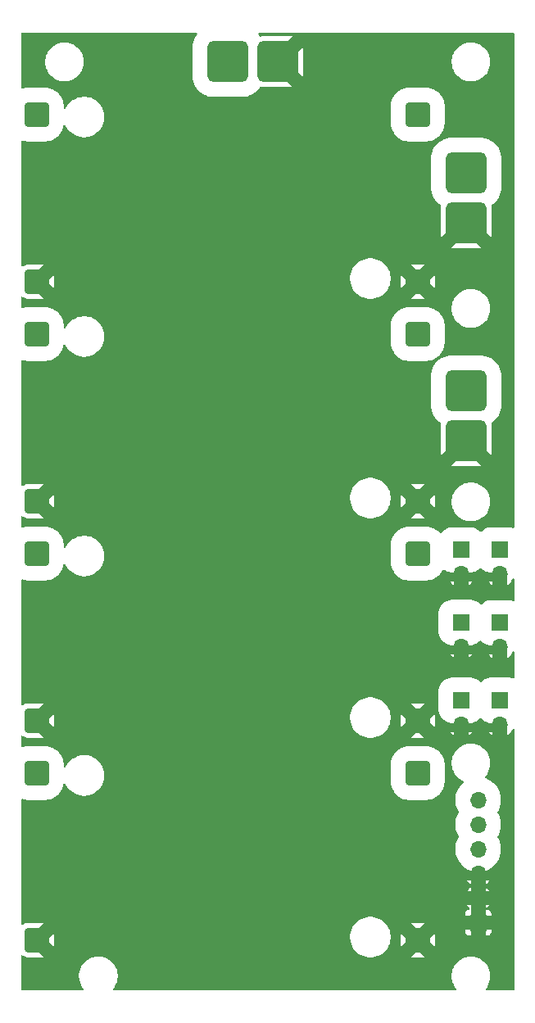
<source format=gbl>
G04 #@! TF.GenerationSoftware,KiCad,Pcbnew,9.0.0-9.0.0-2~ubuntu24.04.1*
G04 #@! TF.CreationDate,2025-04-02T19:47:33+02:00*
G04 #@! TF.ProjectId,Buck_InterFace,4275636b-5f49-46e7-9465-72466163652e,rev?*
G04 #@! TF.SameCoordinates,Original*
G04 #@! TF.FileFunction,Copper,L2,Bot*
G04 #@! TF.FilePolarity,Positive*
%FSLAX46Y46*%
G04 Gerber Fmt 4.6, Leading zero omitted, Abs format (unit mm)*
G04 Created by KiCad (PCBNEW 9.0.0-9.0.0-2~ubuntu24.04.1) date 2025-04-02 19:47:33*
%MOMM*%
%LPD*%
G01*
G04 APERTURE LIST*
G04 Aperture macros list*
%AMRoundRect*
0 Rectangle with rounded corners*
0 $1 Rounding radius*
0 $2 $3 $4 $5 $6 $7 $8 $9 X,Y pos of 4 corners*
0 Add a 4 corners polygon primitive as box body*
4,1,4,$2,$3,$4,$5,$6,$7,$8,$9,$2,$3,0*
0 Add four circle primitives for the rounded corners*
1,1,$1+$1,$2,$3*
1,1,$1+$1,$4,$5*
1,1,$1+$1,$6,$7*
1,1,$1+$1,$8,$9*
0 Add four rect primitives between the rounded corners*
20,1,$1+$1,$2,$3,$4,$5,0*
20,1,$1+$1,$4,$5,$6,$7,0*
20,1,$1+$1,$6,$7,$8,$9,0*
20,1,$1+$1,$8,$9,$2,$3,0*%
G04 Aperture macros list end*
G04 #@! TA.AperFunction,ComponentPad*
%ADD10O,1.700000X1.700000*%
G04 #@! TD*
G04 #@! TA.AperFunction,ComponentPad*
%ADD11R,1.700000X1.700000*%
G04 #@! TD*
G04 #@! TA.AperFunction,ComponentPad*
%ADD12RoundRect,0.381000X-0.889000X-0.889000X0.889000X-0.889000X0.889000X0.889000X-0.889000X0.889000X0*%
G04 #@! TD*
G04 #@! TA.AperFunction,ComponentPad*
%ADD13RoundRect,0.637500X-1.487500X1.487500X-1.487500X-1.487500X1.487500X-1.487500X1.487500X1.487500X0*%
G04 #@! TD*
G04 #@! TA.AperFunction,ComponentPad*
%ADD14RoundRect,0.637500X-1.487500X-1.487500X1.487500X-1.487500X1.487500X1.487500X-1.487500X1.487500X0*%
G04 #@! TD*
G04 APERTURE END LIST*
D10*
X152250000Y-115300000D03*
X152250000Y-117840000D03*
X152250000Y-120380000D03*
X152250000Y-122920000D03*
X152250000Y-125460000D03*
D11*
X152250000Y-128000000D03*
X150500000Y-96960000D03*
D10*
X150500000Y-99500000D03*
D12*
X106630000Y-44458000D03*
X106630000Y-61730000D03*
X146000000Y-44458000D03*
X146000000Y-61730000D03*
D11*
X154500000Y-89460000D03*
D10*
X154500000Y-92000000D03*
D11*
X154500000Y-105000000D03*
D10*
X154500000Y-107540000D03*
D12*
X106630000Y-67148000D03*
X106630000Y-84420000D03*
X146000000Y-67148000D03*
X146000000Y-84420000D03*
D13*
X151000000Y-50500000D03*
X151000000Y-55630800D03*
D14*
X126369200Y-39000000D03*
X131500000Y-39000000D03*
D13*
X151000000Y-73000000D03*
X151000000Y-78130800D03*
D11*
X150500000Y-105000000D03*
D10*
X150500000Y-107540000D03*
D12*
X106630000Y-89838000D03*
X106630000Y-107110000D03*
X146000000Y-89838000D03*
X146000000Y-107110000D03*
X106630000Y-112528000D03*
X106630000Y-129800000D03*
X146000000Y-112528000D03*
X146000000Y-129800000D03*
D11*
X154500000Y-97000000D03*
D10*
X154500000Y-99540000D03*
D11*
X150500000Y-89460000D03*
D10*
X150500000Y-92000000D03*
G04 #@! TA.AperFunction,Conductor*
G36*
X123157870Y-36020185D02*
G01*
X123203625Y-36072989D01*
X123213569Y-36142147D01*
X123184544Y-36205703D01*
X123184291Y-36205993D01*
X123174155Y-36217616D01*
X123174147Y-36217626D01*
X123013736Y-36462192D01*
X122888120Y-36726324D01*
X122888114Y-36726338D01*
X122799637Y-37005110D01*
X122799635Y-37005119D01*
X122749938Y-37293350D01*
X122749938Y-37293352D01*
X122743700Y-37415014D01*
X122743700Y-40584944D01*
X122743702Y-40584986D01*
X122749938Y-40706648D01*
X122799635Y-40994880D01*
X122799637Y-40994889D01*
X122888114Y-41273661D01*
X122888120Y-41273675D01*
X123013736Y-41537807D01*
X123174147Y-41782373D01*
X123174148Y-41782374D01*
X123366372Y-42002827D01*
X123586825Y-42195051D01*
X123586826Y-42195052D01*
X123831392Y-42355463D01*
X124095524Y-42481079D01*
X124095538Y-42481085D01*
X124234924Y-42525323D01*
X124374315Y-42569564D01*
X124662548Y-42619261D01*
X124684679Y-42620395D01*
X124784214Y-42625499D01*
X124784227Y-42625499D01*
X124784247Y-42625500D01*
X127954152Y-42625499D01*
X128075852Y-42619261D01*
X128364085Y-42569564D01*
X128642867Y-42481083D01*
X128907004Y-42355465D01*
X129151576Y-42195050D01*
X129372027Y-42002827D01*
X129564250Y-41782376D01*
X129648535Y-41653873D01*
X129701760Y-41608613D01*
X129771008Y-41599314D01*
X129778579Y-41600716D01*
X129876838Y-41622092D01*
X129925655Y-41624999D01*
X133064338Y-41624999D01*
X133064339Y-41624998D01*
X131720605Y-40281264D01*
X131804417Y-40267990D01*
X131999027Y-40204757D01*
X132181349Y-40111860D01*
X132346893Y-39991585D01*
X132491585Y-39846893D01*
X132611860Y-39681349D01*
X132704757Y-39499027D01*
X132767990Y-39304417D01*
X132781264Y-39220604D01*
X134124998Y-40564339D01*
X134124999Y-40564338D01*
X134124999Y-38868872D01*
X149499500Y-38868872D01*
X149499500Y-39131127D01*
X149526123Y-39333339D01*
X149533730Y-39391116D01*
X149594526Y-39618010D01*
X149601602Y-39644418D01*
X149601605Y-39644428D01*
X149701953Y-39886690D01*
X149701958Y-39886700D01*
X149833075Y-40113803D01*
X149992718Y-40321851D01*
X149992726Y-40321860D01*
X150178140Y-40507274D01*
X150178148Y-40507281D01*
X150386196Y-40666924D01*
X150613299Y-40798041D01*
X150613309Y-40798046D01*
X150855571Y-40898394D01*
X150855581Y-40898398D01*
X151108884Y-40966270D01*
X151368880Y-41000500D01*
X151368887Y-41000500D01*
X151631113Y-41000500D01*
X151631120Y-41000500D01*
X151891116Y-40966270D01*
X152144419Y-40898398D01*
X152386697Y-40798043D01*
X152613803Y-40666924D01*
X152821851Y-40507282D01*
X152821855Y-40507277D01*
X152821860Y-40507274D01*
X153007274Y-40321860D01*
X153007277Y-40321855D01*
X153007282Y-40321851D01*
X153166924Y-40113803D01*
X153298043Y-39886697D01*
X153398398Y-39644419D01*
X153466270Y-39391116D01*
X153500500Y-39131120D01*
X153500500Y-38868880D01*
X153466270Y-38608884D01*
X153398398Y-38355581D01*
X153345294Y-38227376D01*
X153298046Y-38113309D01*
X153298041Y-38113299D01*
X153166924Y-37886196D01*
X153007281Y-37678148D01*
X153007274Y-37678140D01*
X152821860Y-37492726D01*
X152821851Y-37492718D01*
X152613803Y-37333075D01*
X152386700Y-37201958D01*
X152386690Y-37201953D01*
X152144428Y-37101605D01*
X152144421Y-37101603D01*
X152144419Y-37101602D01*
X151891116Y-37033730D01*
X151833339Y-37026123D01*
X151631127Y-36999500D01*
X151631120Y-36999500D01*
X151368880Y-36999500D01*
X151368872Y-36999500D01*
X151137772Y-37029926D01*
X151108884Y-37033730D01*
X150855581Y-37101602D01*
X150855571Y-37101605D01*
X150613309Y-37201953D01*
X150613299Y-37201958D01*
X150386196Y-37333075D01*
X150178148Y-37492718D01*
X149992718Y-37678148D01*
X149833075Y-37886196D01*
X149701958Y-38113299D01*
X149701953Y-38113309D01*
X149601605Y-38355571D01*
X149601602Y-38355581D01*
X149547539Y-38557350D01*
X149533730Y-38608885D01*
X149499500Y-38868872D01*
X134124999Y-38868872D01*
X134124999Y-37435660D01*
X134124998Y-37435659D01*
X132781264Y-38779394D01*
X132767990Y-38695583D01*
X132704757Y-38500973D01*
X132611860Y-38318651D01*
X132491585Y-38153107D01*
X132346893Y-38008415D01*
X132181349Y-37888140D01*
X131999027Y-37795243D01*
X131804417Y-37732010D01*
X131720602Y-37718735D01*
X133064338Y-36375000D01*
X129925656Y-36375000D01*
X129925653Y-36375001D01*
X129876843Y-36377907D01*
X129778577Y-36399283D01*
X129758101Y-36397818D01*
X129737873Y-36401283D01*
X129723961Y-36395375D01*
X129708885Y-36394297D01*
X129692454Y-36381996D01*
X129673561Y-36373974D01*
X129656754Y-36355271D01*
X129652952Y-36352425D01*
X129649741Y-36347931D01*
X129649135Y-36347042D01*
X129564250Y-36217624D01*
X129549245Y-36200415D01*
X129545089Y-36194315D01*
X129536530Y-36167819D01*
X129524886Y-36142529D01*
X129525940Y-36135031D01*
X129523613Y-36127827D01*
X129530737Y-36100910D01*
X129534614Y-36073340D01*
X129539553Y-36067603D01*
X129541491Y-36060284D01*
X129562037Y-36041492D01*
X129580204Y-36020394D01*
X129587461Y-36018238D01*
X129593048Y-36013129D01*
X129620491Y-36008428D01*
X129647182Y-36000501D01*
X129647568Y-36000500D01*
X155875500Y-36000500D01*
X155942539Y-36020185D01*
X155988294Y-36072989D01*
X155999500Y-36124500D01*
X155999500Y-87071259D01*
X155979815Y-87138298D01*
X155927011Y-87184053D01*
X155857853Y-87193997D01*
X155830425Y-87186776D01*
X155779625Y-87166953D01*
X155779615Y-87166950D01*
X155536238Y-87115919D01*
X155536235Y-87115918D01*
X155432850Y-87109500D01*
X155432842Y-87109500D01*
X153567158Y-87109500D01*
X153567149Y-87109500D01*
X153463764Y-87115918D01*
X153463761Y-87115919D01*
X153220384Y-87166950D01*
X153220374Y-87166953D01*
X152988730Y-87257342D01*
X152775097Y-87384639D01*
X152581436Y-87548664D01*
X152580141Y-87547135D01*
X152526358Y-87576503D01*
X152456666Y-87571519D01*
X152419459Y-87547606D01*
X152418564Y-87548664D01*
X152224902Y-87384639D01*
X152178330Y-87356888D01*
X152011273Y-87257344D01*
X152011271Y-87257343D01*
X152011269Y-87257342D01*
X151779625Y-87166953D01*
X151779615Y-87166950D01*
X151536238Y-87115919D01*
X151536235Y-87115918D01*
X151432850Y-87109500D01*
X151432842Y-87109500D01*
X149567158Y-87109500D01*
X149567149Y-87109500D01*
X149463764Y-87115918D01*
X149463761Y-87115919D01*
X149220384Y-87166950D01*
X149220374Y-87166953D01*
X148988730Y-87257342D01*
X148775097Y-87384639D01*
X148585350Y-87545348D01*
X148585348Y-87545350D01*
X148471022Y-87680335D01*
X148412674Y-87718770D01*
X148342808Y-87719557D01*
X148288719Y-87687875D01*
X148122056Y-87521212D01*
X148122049Y-87521206D01*
X148122047Y-87521204D01*
X148122042Y-87521200D01*
X148122037Y-87521196D01*
X147901022Y-87356888D01*
X147658427Y-87226505D01*
X147658422Y-87226503D01*
X147658420Y-87226502D01*
X147399423Y-87132830D01*
X147129547Y-87077866D01*
X146967620Y-87067500D01*
X145032380Y-87067500D01*
X144870453Y-87077866D01*
X144600577Y-87132830D01*
X144341580Y-87226502D01*
X144341572Y-87226505D01*
X144098977Y-87356888D01*
X143877962Y-87521196D01*
X143877943Y-87521212D01*
X143683212Y-87715943D01*
X143683196Y-87715962D01*
X143518888Y-87936977D01*
X143388505Y-88179572D01*
X143388502Y-88179579D01*
X143388502Y-88179580D01*
X143294830Y-88438577D01*
X143239866Y-88708453D01*
X143229500Y-88870380D01*
X143229500Y-90805620D01*
X143239866Y-90967547D01*
X143294830Y-91237423D01*
X143388502Y-91496420D01*
X143388505Y-91496427D01*
X143518888Y-91739022D01*
X143683196Y-91960037D01*
X143683212Y-91960056D01*
X143877943Y-92154787D01*
X143877949Y-92154792D01*
X143877953Y-92154796D01*
X143877958Y-92154800D01*
X143877962Y-92154803D01*
X144098977Y-92319111D01*
X144098980Y-92319112D01*
X144098982Y-92319114D01*
X144222882Y-92385704D01*
X144341572Y-92449494D01*
X144341573Y-92449494D01*
X144341580Y-92449498D01*
X144600577Y-92543170D01*
X144870453Y-92598134D01*
X145032380Y-92608500D01*
X145032390Y-92608500D01*
X146967610Y-92608500D01*
X146967620Y-92608500D01*
X147129547Y-92598134D01*
X147399423Y-92543170D01*
X147658420Y-92449498D01*
X147901018Y-92319114D01*
X148122047Y-92154796D01*
X148316796Y-91960047D01*
X148481114Y-91739018D01*
X148575792Y-91562855D01*
X148624867Y-91513126D01*
X148693039Y-91497821D01*
X148758664Y-91521802D01*
X148765154Y-91526937D01*
X148775106Y-91535366D01*
X148988727Y-91662656D01*
X149035058Y-91680734D01*
X149220374Y-91753046D01*
X149220381Y-91753048D01*
X149220386Y-91753050D01*
X149463763Y-91804081D01*
X149567158Y-91810500D01*
X149567169Y-91810500D01*
X150033139Y-91810500D01*
X150000000Y-91934174D01*
X150000000Y-92065826D01*
X150034075Y-92192993D01*
X150099901Y-92307007D01*
X150192993Y-92400099D01*
X150307007Y-92465925D01*
X150434174Y-92500000D01*
X150565826Y-92500000D01*
X150692993Y-92465925D01*
X150807007Y-92400099D01*
X150900099Y-92307007D01*
X150965925Y-92192993D01*
X151000000Y-92065826D01*
X151000000Y-91934174D01*
X150966861Y-91810500D01*
X151432831Y-91810500D01*
X151432842Y-91810500D01*
X151536237Y-91804081D01*
X151779614Y-91753050D01*
X151779621Y-91753046D01*
X151779625Y-91753046D01*
X151933526Y-91692993D01*
X152011273Y-91662656D01*
X152224894Y-91535366D01*
X152224898Y-91535361D01*
X152224902Y-91535360D01*
X152418564Y-91371336D01*
X152419858Y-91372864D01*
X152473642Y-91343497D01*
X152543334Y-91348481D01*
X152580540Y-91372393D01*
X152581436Y-91371336D01*
X152775097Y-91535360D01*
X152775103Y-91535363D01*
X152775106Y-91535366D01*
X152988727Y-91662656D01*
X153035058Y-91680734D01*
X153220374Y-91753046D01*
X153220381Y-91753048D01*
X153220386Y-91753050D01*
X153463763Y-91804081D01*
X153567158Y-91810500D01*
X153567169Y-91810500D01*
X154033139Y-91810500D01*
X154000000Y-91934174D01*
X154000000Y-92065826D01*
X154034075Y-92192993D01*
X154099901Y-92307007D01*
X154192993Y-92400099D01*
X154307007Y-92465925D01*
X154434174Y-92500000D01*
X154565826Y-92500000D01*
X154692993Y-92465925D01*
X154807007Y-92400099D01*
X154900099Y-92307007D01*
X154965925Y-92192993D01*
X155000000Y-92065826D01*
X155000000Y-92000000D01*
X155126000Y-92000000D01*
X155193039Y-92019685D01*
X155238794Y-92072489D01*
X155250000Y-92124000D01*
X155250000Y-93123782D01*
X155379466Y-93029721D01*
X155529723Y-92879464D01*
X155529727Y-92879459D01*
X155654620Y-92707557D01*
X155751093Y-92518221D01*
X155757568Y-92498294D01*
X155797005Y-92440618D01*
X155861363Y-92413419D01*
X155930210Y-92425333D01*
X155981686Y-92472576D01*
X155999500Y-92536611D01*
X155999500Y-94611259D01*
X155979815Y-94678298D01*
X155927011Y-94724053D01*
X155857853Y-94733997D01*
X155830425Y-94726776D01*
X155779625Y-94706953D01*
X155779615Y-94706950D01*
X155536238Y-94655919D01*
X155536235Y-94655918D01*
X155432850Y-94649500D01*
X155432842Y-94649500D01*
X153567158Y-94649500D01*
X153567149Y-94649500D01*
X153463764Y-94655918D01*
X153463761Y-94655919D01*
X153220384Y-94706950D01*
X153220374Y-94706953D01*
X152988730Y-94797342D01*
X152775101Y-94924637D01*
X152600301Y-95072686D01*
X152536422Y-95100992D01*
X152467380Y-95090269D01*
X152425538Y-95058205D01*
X152414647Y-95045347D01*
X152224902Y-94884639D01*
X152224894Y-94884634D01*
X152011273Y-94757344D01*
X152011271Y-94757343D01*
X152011269Y-94757342D01*
X151779625Y-94666953D01*
X151779615Y-94666950D01*
X151536238Y-94615919D01*
X151536235Y-94615918D01*
X151432850Y-94609500D01*
X151432842Y-94609500D01*
X149567158Y-94609500D01*
X149567149Y-94609500D01*
X149463764Y-94615918D01*
X149463761Y-94615919D01*
X149220384Y-94666950D01*
X149220374Y-94666953D01*
X148988730Y-94757342D01*
X148775097Y-94884639D01*
X148585350Y-95045348D01*
X148585348Y-95045350D01*
X148424639Y-95235097D01*
X148297342Y-95448730D01*
X148206953Y-95680374D01*
X148206950Y-95680384D01*
X148155919Y-95923761D01*
X148155918Y-95923764D01*
X148149500Y-96027149D01*
X148149500Y-97892850D01*
X148155918Y-97996235D01*
X148155919Y-97996238D01*
X148206950Y-98239615D01*
X148206953Y-98239625D01*
X148297342Y-98471269D01*
X148424639Y-98684902D01*
X148585348Y-98874649D01*
X148585350Y-98874651D01*
X148775097Y-99035360D01*
X148775103Y-99035363D01*
X148775106Y-99035366D01*
X148988727Y-99162656D01*
X148988730Y-99162657D01*
X149220374Y-99253046D01*
X149220381Y-99253048D01*
X149220386Y-99253050D01*
X149463763Y-99304081D01*
X149567158Y-99310500D01*
X149567169Y-99310500D01*
X150033139Y-99310500D01*
X150000000Y-99434174D01*
X150000000Y-99565826D01*
X150034075Y-99692993D01*
X150099901Y-99807007D01*
X150192993Y-99900099D01*
X150307007Y-99965925D01*
X150434174Y-100000000D01*
X150565826Y-100000000D01*
X150692993Y-99965925D01*
X150807007Y-99900099D01*
X150900099Y-99807007D01*
X150965925Y-99692993D01*
X151000000Y-99565826D01*
X151000000Y-99434174D01*
X150966861Y-99310500D01*
X151432831Y-99310500D01*
X151432842Y-99310500D01*
X151536237Y-99304081D01*
X151779614Y-99253050D01*
X151779621Y-99253046D01*
X151779625Y-99253046D01*
X151896991Y-99207249D01*
X152011273Y-99162656D01*
X152224894Y-99035366D01*
X152399700Y-98887311D01*
X152463576Y-98859006D01*
X152532618Y-98869728D01*
X152574461Y-98901793D01*
X152581403Y-98909989D01*
X152585353Y-98914654D01*
X152775097Y-99075360D01*
X152775103Y-99075363D01*
X152775106Y-99075366D01*
X152988727Y-99202656D01*
X152988730Y-99202657D01*
X153220374Y-99293046D01*
X153220381Y-99293048D01*
X153220386Y-99293050D01*
X153463763Y-99344081D01*
X153567158Y-99350500D01*
X153567169Y-99350500D01*
X154033139Y-99350500D01*
X154000000Y-99474174D01*
X154000000Y-99605826D01*
X154034075Y-99732993D01*
X154099901Y-99847007D01*
X154192993Y-99940099D01*
X154307007Y-100005925D01*
X154434174Y-100040000D01*
X154565826Y-100040000D01*
X154692993Y-100005925D01*
X154807007Y-99940099D01*
X154900099Y-99847007D01*
X154965925Y-99732993D01*
X155000000Y-99605826D01*
X155000000Y-99540000D01*
X155126000Y-99540000D01*
X155193039Y-99559685D01*
X155238794Y-99612489D01*
X155250000Y-99664000D01*
X155250000Y-100663782D01*
X155379466Y-100569721D01*
X155529723Y-100419464D01*
X155529727Y-100419459D01*
X155654620Y-100247557D01*
X155751093Y-100058221D01*
X155757568Y-100038294D01*
X155797005Y-99980618D01*
X155861363Y-99953419D01*
X155930210Y-99965333D01*
X155981686Y-100012576D01*
X155999500Y-100076611D01*
X155999500Y-102611259D01*
X155979815Y-102678298D01*
X155927011Y-102724053D01*
X155857853Y-102733997D01*
X155830425Y-102726776D01*
X155779625Y-102706953D01*
X155779615Y-102706950D01*
X155536238Y-102655919D01*
X155536235Y-102655918D01*
X155432850Y-102649500D01*
X155432842Y-102649500D01*
X153567158Y-102649500D01*
X153567149Y-102649500D01*
X153463764Y-102655918D01*
X153463761Y-102655919D01*
X153220384Y-102706950D01*
X153220374Y-102706953D01*
X152988730Y-102797342D01*
X152775097Y-102924639D01*
X152581436Y-103088664D01*
X152580141Y-103087135D01*
X152526358Y-103116503D01*
X152456666Y-103111519D01*
X152419459Y-103087606D01*
X152418564Y-103088664D01*
X152224902Y-102924639D01*
X152224894Y-102924634D01*
X152011273Y-102797344D01*
X152011271Y-102797343D01*
X152011269Y-102797342D01*
X151779625Y-102706953D01*
X151779615Y-102706950D01*
X151536238Y-102655919D01*
X151536235Y-102655918D01*
X151432850Y-102649500D01*
X151432842Y-102649500D01*
X149567158Y-102649500D01*
X149567149Y-102649500D01*
X149463764Y-102655918D01*
X149463761Y-102655919D01*
X149220384Y-102706950D01*
X149220374Y-102706953D01*
X148988730Y-102797342D01*
X148775097Y-102924639D01*
X148585350Y-103085348D01*
X148585348Y-103085350D01*
X148424639Y-103275097D01*
X148297342Y-103488730D01*
X148206953Y-103720374D01*
X148206950Y-103720384D01*
X148155919Y-103963761D01*
X148155918Y-103963764D01*
X148149500Y-104067149D01*
X148149500Y-105932850D01*
X148155918Y-106036235D01*
X148155919Y-106036238D01*
X148206950Y-106279615D01*
X148206953Y-106279625D01*
X148296847Y-106510000D01*
X148297344Y-106511273D01*
X148410153Y-106700592D01*
X148424639Y-106724902D01*
X148585348Y-106914649D01*
X148585350Y-106914651D01*
X148775097Y-107075360D01*
X148775103Y-107075363D01*
X148775106Y-107075366D01*
X148988727Y-107202656D01*
X149000498Y-107207249D01*
X149220374Y-107293046D01*
X149220381Y-107293048D01*
X149220386Y-107293050D01*
X149463763Y-107344081D01*
X149567158Y-107350500D01*
X149567169Y-107350500D01*
X150033139Y-107350500D01*
X150000000Y-107474174D01*
X150000000Y-107605826D01*
X150034075Y-107732993D01*
X150099901Y-107847007D01*
X150192993Y-107940099D01*
X150307007Y-108005925D01*
X150434174Y-108040000D01*
X150565826Y-108040000D01*
X150692993Y-108005925D01*
X150807007Y-107940099D01*
X150900099Y-107847007D01*
X150965925Y-107732993D01*
X151000000Y-107605826D01*
X151000000Y-107474174D01*
X150966861Y-107350500D01*
X151432831Y-107350500D01*
X151432842Y-107350500D01*
X151536237Y-107344081D01*
X151779614Y-107293050D01*
X151779621Y-107293046D01*
X151779625Y-107293046D01*
X151933526Y-107232993D01*
X152011273Y-107202656D01*
X152224894Y-107075366D01*
X152224898Y-107075361D01*
X152224902Y-107075360D01*
X152418564Y-106911336D01*
X152419858Y-106912864D01*
X152473642Y-106883497D01*
X152543334Y-106888481D01*
X152580540Y-106912393D01*
X152581436Y-106911336D01*
X152775097Y-107075360D01*
X152775103Y-107075363D01*
X152775106Y-107075366D01*
X152988727Y-107202656D01*
X153000498Y-107207249D01*
X153220374Y-107293046D01*
X153220381Y-107293048D01*
X153220386Y-107293050D01*
X153463763Y-107344081D01*
X153567158Y-107350500D01*
X153567169Y-107350500D01*
X154033139Y-107350500D01*
X154000000Y-107474174D01*
X154000000Y-107605826D01*
X154034075Y-107732993D01*
X154099901Y-107847007D01*
X154192993Y-107940099D01*
X154307007Y-108005925D01*
X154434174Y-108040000D01*
X154565826Y-108040000D01*
X154692993Y-108005925D01*
X154807007Y-107940099D01*
X154900099Y-107847007D01*
X154965925Y-107732993D01*
X155000000Y-107605826D01*
X155000000Y-107540000D01*
X155126000Y-107540000D01*
X155193039Y-107559685D01*
X155238794Y-107612489D01*
X155250000Y-107664000D01*
X155250000Y-108663782D01*
X155379466Y-108569721D01*
X155529723Y-108419464D01*
X155529727Y-108419459D01*
X155654620Y-108247557D01*
X155751093Y-108058221D01*
X155757568Y-108038294D01*
X155797005Y-107980618D01*
X155861363Y-107953419D01*
X155930210Y-107965333D01*
X155981686Y-108012576D01*
X155999500Y-108076611D01*
X155999500Y-134875500D01*
X155979815Y-134942539D01*
X155927011Y-134988294D01*
X155875500Y-134999500D01*
X153122414Y-134999500D01*
X153055375Y-134979815D01*
X153009620Y-134927011D01*
X152999676Y-134857853D01*
X153024039Y-134800013D01*
X153166924Y-134613803D01*
X153298041Y-134386700D01*
X153298046Y-134386690D01*
X153398394Y-134144428D01*
X153398398Y-134144419D01*
X153466270Y-133891116D01*
X153500500Y-133631120D01*
X153500500Y-133368880D01*
X153466270Y-133108884D01*
X153398398Y-132855581D01*
X153300204Y-132618520D01*
X153298046Y-132613309D01*
X153298041Y-132613299D01*
X153166924Y-132386196D01*
X153007281Y-132178148D01*
X153007274Y-132178140D01*
X152821860Y-131992726D01*
X152821851Y-131992718D01*
X152613803Y-131833075D01*
X152386700Y-131701958D01*
X152386690Y-131701953D01*
X152144428Y-131601605D01*
X152144421Y-131601603D01*
X152144419Y-131601602D01*
X151891116Y-131533730D01*
X151833339Y-131526123D01*
X151631127Y-131499500D01*
X151631120Y-131499500D01*
X151368880Y-131499500D01*
X151368872Y-131499500D01*
X151137772Y-131529926D01*
X151108884Y-131533730D01*
X150973526Y-131569999D01*
X150855581Y-131601602D01*
X150855571Y-131601605D01*
X150613309Y-131701953D01*
X150613299Y-131701958D01*
X150386196Y-131833075D01*
X150178148Y-131992718D01*
X149992718Y-132178148D01*
X149833075Y-132386196D01*
X149701958Y-132613299D01*
X149701953Y-132613309D01*
X149601605Y-132855571D01*
X149601602Y-132855581D01*
X149533730Y-133108885D01*
X149499500Y-133368872D01*
X149499500Y-133631127D01*
X149520436Y-133790140D01*
X149533730Y-133891116D01*
X149555178Y-133971161D01*
X149601602Y-134144418D01*
X149601605Y-134144428D01*
X149701953Y-134386690D01*
X149701958Y-134386700D01*
X149833075Y-134613803D01*
X149975961Y-134800013D01*
X150001156Y-134865182D01*
X149987118Y-134933627D01*
X149938304Y-134983617D01*
X149877586Y-134999500D01*
X114622414Y-134999500D01*
X114555375Y-134979815D01*
X114509620Y-134927011D01*
X114499676Y-134857853D01*
X114524039Y-134800013D01*
X114666924Y-134613803D01*
X114798041Y-134386700D01*
X114798046Y-134386690D01*
X114898394Y-134144428D01*
X114898398Y-134144419D01*
X114966270Y-133891116D01*
X115000500Y-133631120D01*
X115000500Y-133368880D01*
X114966270Y-133108884D01*
X114898398Y-132855581D01*
X114800204Y-132618520D01*
X114798046Y-132613309D01*
X114798041Y-132613299D01*
X114666924Y-132386196D01*
X114507281Y-132178148D01*
X114507274Y-132178140D01*
X114321860Y-131992726D01*
X114321851Y-131992718D01*
X114113803Y-131833075D01*
X113886700Y-131701958D01*
X113886690Y-131701953D01*
X113644428Y-131601605D01*
X113644421Y-131601603D01*
X113644419Y-131601602D01*
X113391116Y-131533730D01*
X113333339Y-131526123D01*
X113131127Y-131499500D01*
X113131120Y-131499500D01*
X112868880Y-131499500D01*
X112868872Y-131499500D01*
X112637772Y-131529926D01*
X112608884Y-131533730D01*
X112473526Y-131569999D01*
X112355581Y-131601602D01*
X112355571Y-131601605D01*
X112113309Y-131701953D01*
X112113299Y-131701958D01*
X111886196Y-131833075D01*
X111678148Y-131992718D01*
X111492718Y-132178148D01*
X111333075Y-132386196D01*
X111201958Y-132613299D01*
X111201953Y-132613309D01*
X111101605Y-132855571D01*
X111101602Y-132855581D01*
X111033730Y-133108885D01*
X110999500Y-133368872D01*
X110999500Y-133631127D01*
X111020436Y-133790140D01*
X111033730Y-133891116D01*
X111055178Y-133971161D01*
X111101602Y-134144418D01*
X111101605Y-134144428D01*
X111201953Y-134386690D01*
X111201958Y-134386700D01*
X111333075Y-134613803D01*
X111475961Y-134800013D01*
X111501156Y-134865182D01*
X111487118Y-134933627D01*
X111438304Y-134983617D01*
X111377586Y-134999500D01*
X105124500Y-134999500D01*
X105057461Y-134979815D01*
X105011706Y-134927011D01*
X105000500Y-134875500D01*
X105000500Y-131482873D01*
X105020185Y-131415834D01*
X105072989Y-131370079D01*
X105142147Y-131360135D01*
X105202188Y-131386227D01*
X105263724Y-131435692D01*
X105435397Y-131520834D01*
X105621361Y-131567081D01*
X105621357Y-131567081D01*
X105664395Y-131569999D01*
X107339338Y-131569999D01*
X107339339Y-131569998D01*
X106187351Y-130418010D01*
X106153866Y-130356687D01*
X106158850Y-130286995D01*
X106187351Y-130242648D01*
X106205735Y-130224262D01*
X106261592Y-130280119D01*
X106398409Y-130359111D01*
X106551009Y-130400000D01*
X106708991Y-130400000D01*
X106861591Y-130359111D01*
X106998408Y-130280119D01*
X107110119Y-130168408D01*
X107189111Y-130031591D01*
X107230000Y-129878991D01*
X107230000Y-129799999D01*
X107690660Y-129799999D01*
X107690660Y-129800001D01*
X108399998Y-130509339D01*
X108399999Y-130509338D01*
X108399999Y-129339094D01*
X139010218Y-129339094D01*
X139010218Y-129613623D01*
X139040061Y-129840296D01*
X139046050Y-129885782D01*
X139117099Y-130150942D01*
X139117102Y-130150952D01*
X139222149Y-130404557D01*
X139222154Y-130404568D01*
X139359404Y-130642290D01*
X139359415Y-130642306D01*
X139526520Y-130860083D01*
X139526526Y-130860090D01*
X139720627Y-131054191D01*
X139720633Y-131054196D01*
X139938420Y-131221309D01*
X139938427Y-131221313D01*
X140176149Y-131358563D01*
X140176154Y-131358565D01*
X140176157Y-131358567D01*
X140429775Y-131463619D01*
X140694936Y-131534668D01*
X140941133Y-131567081D01*
X140963296Y-131569999D01*
X140967102Y-131570500D01*
X140967109Y-131570500D01*
X141241609Y-131570500D01*
X141241616Y-131570500D01*
X141245429Y-131569998D01*
X145290659Y-131569998D01*
X145290660Y-131569999D01*
X146709339Y-131569999D01*
X146709339Y-131569998D01*
X146000000Y-130860660D01*
X145290659Y-131569998D01*
X141245429Y-131569998D01*
X141513782Y-131534668D01*
X141778943Y-131463619D01*
X141846365Y-131435692D01*
X141868936Y-131426343D01*
X141922049Y-131404342D01*
X142032561Y-131358567D01*
X142270298Y-131221309D01*
X142488085Y-131054196D01*
X142682196Y-130860085D01*
X142849309Y-130642298D01*
X142926073Y-130509339D01*
X144230000Y-130509339D01*
X144939340Y-129800000D01*
X144939340Y-129799999D01*
X144860350Y-129721009D01*
X145400000Y-129721009D01*
X145400000Y-129878991D01*
X145440889Y-130031591D01*
X145519881Y-130168408D01*
X145631592Y-130280119D01*
X145768409Y-130359111D01*
X145921009Y-130400000D01*
X146078991Y-130400000D01*
X146231591Y-130359111D01*
X146368408Y-130280119D01*
X146480119Y-130168408D01*
X146559111Y-130031591D01*
X146600000Y-129878991D01*
X146600000Y-129799999D01*
X147060660Y-129799999D01*
X147060660Y-129800001D01*
X147769998Y-130509339D01*
X147769999Y-130509338D01*
X147769999Y-129090660D01*
X147769998Y-129090659D01*
X147060660Y-129799999D01*
X146600000Y-129799999D01*
X146600000Y-129721009D01*
X146559111Y-129568409D01*
X146480119Y-129431592D01*
X146368408Y-129319881D01*
X146231591Y-129240889D01*
X146078991Y-129200000D01*
X145921009Y-129200000D01*
X145768409Y-129240889D01*
X145631592Y-129319881D01*
X145519881Y-129431592D01*
X145440889Y-129568409D01*
X145400000Y-129721009D01*
X144860350Y-129721009D01*
X144230000Y-129090659D01*
X144230000Y-130509339D01*
X142926073Y-130509339D01*
X142986567Y-130404561D01*
X143091619Y-130150943D01*
X143162668Y-129885782D01*
X143198500Y-129613616D01*
X143198500Y-129339102D01*
X143162668Y-129066936D01*
X143117360Y-128897844D01*
X150900000Y-128897844D01*
X150906401Y-128957372D01*
X150906403Y-128957379D01*
X150956645Y-129092086D01*
X150956649Y-129092093D01*
X151042809Y-129207187D01*
X151042812Y-129207190D01*
X151157906Y-129293350D01*
X151157913Y-129293354D01*
X151292620Y-129343596D01*
X151292627Y-129343598D01*
X151352155Y-129349999D01*
X151352172Y-129350000D01*
X151500000Y-129350000D01*
X153000000Y-129350000D01*
X153147828Y-129350000D01*
X153147844Y-129349999D01*
X153207372Y-129343598D01*
X153207379Y-129343596D01*
X153342086Y-129293354D01*
X153342093Y-129293350D01*
X153457187Y-129207190D01*
X153457190Y-129207187D01*
X153543350Y-129092093D01*
X153543354Y-129092086D01*
X153593596Y-128957379D01*
X153593598Y-128957372D01*
X153599999Y-128897844D01*
X153600000Y-128897827D01*
X153600000Y-128750000D01*
X153000000Y-128750000D01*
X153000000Y-129350000D01*
X151500000Y-129350000D01*
X151500000Y-128750000D01*
X150900000Y-128750000D01*
X150900000Y-128897844D01*
X143117360Y-128897844D01*
X143091619Y-128801775D01*
X142986567Y-128548157D01*
X142986565Y-128548154D01*
X142986563Y-128548149D01*
X142849313Y-128310427D01*
X142849309Y-128310420D01*
X142759205Y-128192993D01*
X142714384Y-128134581D01*
X142682197Y-128092634D01*
X142682191Y-128092627D01*
X142619564Y-128030000D01*
X145290659Y-128030000D01*
X146000000Y-128739340D01*
X146000001Y-128739340D01*
X146128384Y-128610957D01*
X146709339Y-128030000D01*
X145290659Y-128030000D01*
X142619564Y-128030000D01*
X142523738Y-127934174D01*
X151750000Y-127934174D01*
X151750000Y-128065826D01*
X151784075Y-128192993D01*
X151849901Y-128307007D01*
X151942993Y-128400099D01*
X152057007Y-128465925D01*
X152184174Y-128500000D01*
X152315826Y-128500000D01*
X152442993Y-128465925D01*
X152557007Y-128400099D01*
X152650099Y-128307007D01*
X152715925Y-128192993D01*
X152750000Y-128065826D01*
X152750000Y-127934174D01*
X152715925Y-127807007D01*
X152650099Y-127692993D01*
X152557007Y-127599901D01*
X152442993Y-127534075D01*
X152315826Y-127500000D01*
X152184174Y-127500000D01*
X152057007Y-127534075D01*
X151942993Y-127599901D01*
X151849901Y-127692993D01*
X151784075Y-127807007D01*
X151750000Y-127934174D01*
X142523738Y-127934174D01*
X142488090Y-127898526D01*
X142488083Y-127898520D01*
X142270306Y-127731415D01*
X142270304Y-127731413D01*
X142270298Y-127731409D01*
X142270293Y-127731406D01*
X142270290Y-127731404D01*
X142032568Y-127594154D01*
X142032557Y-127594149D01*
X141778952Y-127489102D01*
X141778945Y-127489100D01*
X141778943Y-127489099D01*
X141513782Y-127418050D01*
X141468296Y-127412061D01*
X141241623Y-127382218D01*
X141241616Y-127382218D01*
X140967102Y-127382218D01*
X140967094Y-127382218D01*
X140708038Y-127416324D01*
X140694936Y-127418050D01*
X140429775Y-127489099D01*
X140429765Y-127489102D01*
X140176160Y-127594149D01*
X140176149Y-127594154D01*
X139938427Y-127731404D01*
X139938411Y-127731415D01*
X139720634Y-127898520D01*
X139720627Y-127898526D01*
X139526526Y-128092627D01*
X139526520Y-128092634D01*
X139359415Y-128310411D01*
X139359404Y-128310427D01*
X139222154Y-128548149D01*
X139222149Y-128548160D01*
X139117102Y-128801765D01*
X139117099Y-128801775D01*
X139053295Y-129039899D01*
X139046051Y-129066933D01*
X139046049Y-129066944D01*
X139010218Y-129339094D01*
X108399999Y-129339094D01*
X108399999Y-129090660D01*
X108399998Y-129090659D01*
X107690660Y-129799999D01*
X107230000Y-129799999D01*
X107230000Y-129721009D01*
X107189111Y-129568409D01*
X107110119Y-129431592D01*
X106998408Y-129319881D01*
X106861591Y-129240889D01*
X106708991Y-129200000D01*
X106551009Y-129200000D01*
X106398409Y-129240889D01*
X106261592Y-129319881D01*
X106205736Y-129375736D01*
X106187350Y-129357350D01*
X106153865Y-129296027D01*
X106158849Y-129226335D01*
X106187350Y-129181988D01*
X107339338Y-128030000D01*
X105664394Y-128030000D01*
X105664390Y-128030001D01*
X105621367Y-128032917D01*
X105621365Y-128032917D01*
X105435397Y-128079165D01*
X105263724Y-128164307D01*
X105202187Y-128213773D01*
X105137603Y-128240432D01*
X105068859Y-128227942D01*
X105017781Y-128180268D01*
X105000500Y-128117126D01*
X105000500Y-127102155D01*
X150900000Y-127102155D01*
X150900000Y-127250000D01*
X151500000Y-127250000D01*
X153000000Y-127250000D01*
X153600000Y-127250000D01*
X153600000Y-127102172D01*
X153599999Y-127102155D01*
X153593598Y-127042627D01*
X153593596Y-127042620D01*
X153543354Y-126907913D01*
X153543350Y-126907906D01*
X153457190Y-126792812D01*
X153457187Y-126792809D01*
X153342093Y-126706649D01*
X153342086Y-126706645D01*
X153210013Y-126657385D01*
X153154079Y-126615514D01*
X153129662Y-126550049D01*
X153144514Y-126481776D01*
X153165665Y-126453521D01*
X153279724Y-126339462D01*
X153373783Y-126210000D01*
X153000000Y-126210000D01*
X153000000Y-127250000D01*
X151500000Y-127250000D01*
X151500000Y-126210000D01*
X151126217Y-126210000D01*
X151220278Y-126339466D01*
X151334334Y-126453522D01*
X151367819Y-126514845D01*
X151362835Y-126584537D01*
X151320963Y-126640470D01*
X151289987Y-126657385D01*
X151157911Y-126706646D01*
X151157906Y-126706649D01*
X151042812Y-126792809D01*
X151042809Y-126792812D01*
X150956649Y-126907906D01*
X150956645Y-126907913D01*
X150906403Y-127042620D01*
X150906401Y-127042627D01*
X150900000Y-127102155D01*
X105000500Y-127102155D01*
X105000500Y-125394174D01*
X151750000Y-125394174D01*
X151750000Y-125525826D01*
X151784075Y-125652993D01*
X151849901Y-125767007D01*
X151942993Y-125860099D01*
X152057007Y-125925925D01*
X152184174Y-125960000D01*
X152315826Y-125960000D01*
X152442993Y-125925925D01*
X152557007Y-125860099D01*
X152650099Y-125767007D01*
X152715925Y-125652993D01*
X152750000Y-125525826D01*
X152750000Y-125394174D01*
X152715925Y-125267007D01*
X152650099Y-125152993D01*
X152557007Y-125059901D01*
X152442993Y-124994075D01*
X152315826Y-124960000D01*
X152184174Y-124960000D01*
X152057007Y-124994075D01*
X151942993Y-125059901D01*
X151849901Y-125152993D01*
X151784075Y-125267007D01*
X151750000Y-125394174D01*
X105000500Y-125394174D01*
X105000500Y-124710000D01*
X151126217Y-124710000D01*
X151500000Y-124710000D01*
X153000000Y-124710000D01*
X153373783Y-124710000D01*
X153279721Y-124580533D01*
X153129468Y-124430280D01*
X153000000Y-124336215D01*
X153000000Y-124710000D01*
X151500000Y-124710000D01*
X151500000Y-124336215D01*
X151499999Y-124336215D01*
X151370532Y-124430280D01*
X151370531Y-124430280D01*
X151220278Y-124580533D01*
X151126217Y-124710000D01*
X105000500Y-124710000D01*
X105000500Y-123670000D01*
X151126217Y-123670000D01*
X151220278Y-123799466D01*
X151370533Y-123949721D01*
X151500000Y-124043783D01*
X151500000Y-124043782D01*
X153000000Y-124043782D01*
X153129466Y-123949721D01*
X153279721Y-123799466D01*
X153373783Y-123670000D01*
X153000000Y-123670000D01*
X153000000Y-124043782D01*
X151500000Y-124043782D01*
X151500000Y-123670000D01*
X151126217Y-123670000D01*
X105000500Y-123670000D01*
X105000500Y-115326665D01*
X105020185Y-115259626D01*
X105072989Y-115213871D01*
X105142147Y-115203927D01*
X105166672Y-115210057D01*
X105230577Y-115233170D01*
X105500453Y-115288134D01*
X105662380Y-115298500D01*
X105662390Y-115298500D01*
X107597610Y-115298500D01*
X107597620Y-115298500D01*
X107759547Y-115288134D01*
X108029423Y-115233170D01*
X108288420Y-115139498D01*
X108531018Y-115009114D01*
X108752047Y-114844796D01*
X108946796Y-114650047D01*
X109111114Y-114429018D01*
X109241498Y-114186420D01*
X109335170Y-113927423D01*
X109385521Y-113680193D01*
X109418188Y-113618434D01*
X109479061Y-113584138D01*
X109548812Y-113588196D01*
X109605297Y-113629320D01*
X109621587Y-113657490D01*
X109621611Y-113657547D01*
X109643447Y-113710264D01*
X109780713Y-113948016D01*
X109780715Y-113948019D01*
X109780716Y-113948020D01*
X109947836Y-114165815D01*
X109947842Y-114165822D01*
X110141956Y-114359936D01*
X110141962Y-114359941D01*
X110359763Y-114527066D01*
X110597515Y-114664332D01*
X110851151Y-114769391D01*
X111116329Y-114840446D01*
X111320467Y-114867320D01*
X111388512Y-114876279D01*
X111388513Y-114876279D01*
X111663046Y-114876279D01*
X111717481Y-114869112D01*
X111935229Y-114840446D01*
X112200407Y-114769391D01*
X112454043Y-114664332D01*
X112691795Y-114527066D01*
X112909596Y-114359941D01*
X113103720Y-114165817D01*
X113270845Y-113948016D01*
X113408111Y-113710264D01*
X113513170Y-113456628D01*
X113584225Y-113191450D01*
X113620058Y-112919266D01*
X113620058Y-112644734D01*
X113584225Y-112372550D01*
X113513170Y-112107372D01*
X113408111Y-111853736D01*
X113270845Y-111615984D01*
X113228179Y-111560380D01*
X143229500Y-111560380D01*
X143229500Y-113495620D01*
X143239866Y-113657547D01*
X143294830Y-113927423D01*
X143388502Y-114186420D01*
X143388505Y-114186427D01*
X143518888Y-114429022D01*
X143683196Y-114650037D01*
X143683212Y-114650056D01*
X143877943Y-114844787D01*
X143877949Y-114844792D01*
X143877953Y-114844796D01*
X143877958Y-114844800D01*
X143877962Y-114844803D01*
X144098977Y-115009111D01*
X144098980Y-115009112D01*
X144098982Y-115009114D01*
X144222882Y-115075704D01*
X144341572Y-115139494D01*
X144341573Y-115139494D01*
X144341580Y-115139498D01*
X144600577Y-115233170D01*
X144870453Y-115288134D01*
X145032380Y-115298500D01*
X145032390Y-115298500D01*
X146967610Y-115298500D01*
X146967620Y-115298500D01*
X147129547Y-115288134D01*
X147399423Y-115233170D01*
X147658420Y-115139498D01*
X147901018Y-115009114D01*
X148122047Y-114844796D01*
X148316796Y-114650047D01*
X148481114Y-114429018D01*
X148611498Y-114186420D01*
X148705170Y-113927423D01*
X148760134Y-113657547D01*
X148770500Y-113495620D01*
X148770500Y-111560380D01*
X148760134Y-111398453D01*
X148754109Y-111368872D01*
X149499500Y-111368872D01*
X149499500Y-111631127D01*
X149507527Y-111692091D01*
X149533730Y-111891116D01*
X149598831Y-112134076D01*
X149601602Y-112144418D01*
X149601605Y-112144428D01*
X149701953Y-112386690D01*
X149701958Y-112386700D01*
X149833075Y-112613803D01*
X149992718Y-112821851D01*
X149992726Y-112821860D01*
X150178140Y-113007274D01*
X150178148Y-113007281D01*
X150178149Y-113007282D01*
X150200134Y-113024152D01*
X150386196Y-113166924D01*
X150613299Y-113298041D01*
X150613301Y-113298041D01*
X150613303Y-113298043D01*
X150664720Y-113319340D01*
X150719122Y-113363180D01*
X150741188Y-113429473D01*
X150723910Y-113497173D01*
X150699027Y-113527128D01*
X150696880Y-113529010D01*
X150479013Y-113746877D01*
X150479007Y-113746884D01*
X150291441Y-113991325D01*
X150137381Y-114258162D01*
X150137376Y-114258173D01*
X150019464Y-114542837D01*
X149939717Y-114840457D01*
X149899501Y-115145930D01*
X149899500Y-115145946D01*
X149899500Y-115454053D01*
X149899501Y-115454069D01*
X149939717Y-115759542D01*
X150019464Y-116057162D01*
X150137375Y-116341823D01*
X150137383Y-116341840D01*
X150233315Y-116508001D01*
X150249788Y-116575901D01*
X150233315Y-116631999D01*
X150137383Y-116798159D01*
X150137375Y-116798176D01*
X150019464Y-117082837D01*
X149939717Y-117380457D01*
X149899501Y-117685930D01*
X149899500Y-117685946D01*
X149899500Y-117994053D01*
X149899501Y-117994069D01*
X149939717Y-118299542D01*
X150019464Y-118597162D01*
X150137375Y-118881823D01*
X150137383Y-118881840D01*
X150233315Y-119048001D01*
X150249788Y-119115901D01*
X150233315Y-119171999D01*
X150137383Y-119338159D01*
X150137375Y-119338176D01*
X150019464Y-119622837D01*
X149939717Y-119920457D01*
X149899501Y-120225930D01*
X149899500Y-120225946D01*
X149899500Y-120534053D01*
X149899501Y-120534069D01*
X149939717Y-120839542D01*
X150019464Y-121137162D01*
X150137376Y-121421826D01*
X150137381Y-121421837D01*
X150230014Y-121582280D01*
X150291438Y-121688670D01*
X150291440Y-121688673D01*
X150291441Y-121688674D01*
X150479007Y-121933115D01*
X150479013Y-121933122D01*
X150696877Y-122150986D01*
X150696883Y-122150991D01*
X150941330Y-122338562D01*
X151082385Y-122420000D01*
X151208162Y-122492618D01*
X151208167Y-122492620D01*
X151208170Y-122492622D01*
X151492836Y-122610535D01*
X151790456Y-122690282D01*
X151804231Y-122692095D01*
X151784075Y-122727007D01*
X151750000Y-122854174D01*
X151750000Y-122985826D01*
X151784075Y-123112993D01*
X151849901Y-123227007D01*
X151942993Y-123320099D01*
X152057007Y-123385925D01*
X152184174Y-123420000D01*
X152315826Y-123420000D01*
X152442993Y-123385925D01*
X152557007Y-123320099D01*
X152650099Y-123227007D01*
X152715925Y-123112993D01*
X152750000Y-122985826D01*
X152750000Y-122854174D01*
X152715925Y-122727007D01*
X152695768Y-122692095D01*
X152709544Y-122690282D01*
X153007164Y-122610535D01*
X153291830Y-122492622D01*
X153558670Y-122338562D01*
X153803117Y-122150991D01*
X154020991Y-121933117D01*
X154208562Y-121688670D01*
X154362622Y-121421830D01*
X154480535Y-121137164D01*
X154560282Y-120839544D01*
X154600500Y-120534060D01*
X154600500Y-120225940D01*
X154560282Y-119920456D01*
X154480535Y-119622836D01*
X154362622Y-119338170D01*
X154266682Y-119171997D01*
X154250210Y-119104101D01*
X154266681Y-119048003D01*
X154362622Y-118881830D01*
X154480535Y-118597164D01*
X154560282Y-118299544D01*
X154600500Y-117994060D01*
X154600500Y-117685940D01*
X154560282Y-117380456D01*
X154480535Y-117082836D01*
X154362622Y-116798170D01*
X154266682Y-116631997D01*
X154250210Y-116564101D01*
X154266681Y-116508003D01*
X154362622Y-116341830D01*
X154480535Y-116057164D01*
X154560282Y-115759544D01*
X154600500Y-115454060D01*
X154600500Y-115145940D01*
X154560282Y-114840456D01*
X154480535Y-114542836D01*
X154362622Y-114258170D01*
X154362620Y-114258167D01*
X154362618Y-114258162D01*
X154290863Y-114133880D01*
X154208562Y-113991330D01*
X154020991Y-113746883D01*
X154020986Y-113746877D01*
X153803122Y-113529013D01*
X153803115Y-113529007D01*
X153558674Y-113341441D01*
X153558673Y-113341440D01*
X153558670Y-113341438D01*
X153452280Y-113280014D01*
X153291837Y-113187381D01*
X153291826Y-113187376D01*
X153003610Y-113067993D01*
X152949207Y-113024152D01*
X152927142Y-112957858D01*
X152944421Y-112890158D01*
X152963383Y-112865750D01*
X153007274Y-112821859D01*
X153007282Y-112821851D01*
X153166924Y-112613803D01*
X153298043Y-112386697D01*
X153398398Y-112144419D01*
X153466270Y-111891116D01*
X153500500Y-111631120D01*
X153500500Y-111368880D01*
X153466270Y-111108884D01*
X153398398Y-110855581D01*
X153328868Y-110687721D01*
X153298046Y-110613309D01*
X153298041Y-110613299D01*
X153166924Y-110386196D01*
X153007281Y-110178148D01*
X153007274Y-110178140D01*
X152821860Y-109992726D01*
X152821851Y-109992718D01*
X152613803Y-109833075D01*
X152386700Y-109701958D01*
X152386690Y-109701953D01*
X152144428Y-109601605D01*
X152144421Y-109601603D01*
X152144419Y-109601602D01*
X151891116Y-109533730D01*
X151833339Y-109526123D01*
X151631127Y-109499500D01*
X151631120Y-109499500D01*
X151368880Y-109499500D01*
X151368872Y-109499500D01*
X151137772Y-109529926D01*
X151108884Y-109533730D01*
X150855581Y-109601602D01*
X150855571Y-109601605D01*
X150613309Y-109701953D01*
X150613299Y-109701958D01*
X150386196Y-109833075D01*
X150178148Y-109992718D01*
X149992718Y-110178148D01*
X149833075Y-110386196D01*
X149701958Y-110613299D01*
X149701953Y-110613309D01*
X149601605Y-110855571D01*
X149601602Y-110855581D01*
X149533730Y-111108885D01*
X149499500Y-111368872D01*
X148754109Y-111368872D01*
X148705170Y-111128577D01*
X148611498Y-110869580D01*
X148603974Y-110855581D01*
X148535071Y-110727376D01*
X148481114Y-110626982D01*
X148481112Y-110626980D01*
X148481111Y-110626977D01*
X148316803Y-110405962D01*
X148316800Y-110405958D01*
X148316796Y-110405953D01*
X148316792Y-110405949D01*
X148316787Y-110405943D01*
X148122056Y-110211212D01*
X148122049Y-110211206D01*
X148122047Y-110211204D01*
X148122042Y-110211200D01*
X148122037Y-110211196D01*
X147901022Y-110046888D01*
X147658427Y-109916505D01*
X147658422Y-109916503D01*
X147658420Y-109916502D01*
X147399423Y-109822830D01*
X147129547Y-109767866D01*
X146967620Y-109757500D01*
X145032380Y-109757500D01*
X144870453Y-109767866D01*
X144600577Y-109822830D01*
X144341580Y-109916502D01*
X144341572Y-109916505D01*
X144098977Y-110046888D01*
X143877962Y-110211196D01*
X143877943Y-110211212D01*
X143683212Y-110405943D01*
X143683196Y-110405962D01*
X143518888Y-110626977D01*
X143388505Y-110869572D01*
X143388502Y-110869579D01*
X143388502Y-110869580D01*
X143294830Y-111128577D01*
X143239866Y-111398453D01*
X143229500Y-111560380D01*
X113228179Y-111560380D01*
X113201906Y-111526141D01*
X113103721Y-111398184D01*
X113103715Y-111398177D01*
X112909601Y-111204063D01*
X112909594Y-111204057D01*
X112691799Y-111036937D01*
X112691798Y-111036936D01*
X112691795Y-111036934D01*
X112454043Y-110899668D01*
X112381385Y-110869572D01*
X112200411Y-110794610D01*
X111935225Y-110723553D01*
X111663046Y-110687721D01*
X111663045Y-110687721D01*
X111388513Y-110687721D01*
X111388512Y-110687721D01*
X111116332Y-110723553D01*
X110851146Y-110794610D01*
X110597521Y-110899665D01*
X110597512Y-110899669D01*
X110359758Y-111036937D01*
X110141963Y-111204057D01*
X110141956Y-111204063D01*
X109947842Y-111398177D01*
X109947836Y-111398184D01*
X109780716Y-111615979D01*
X109643448Y-111853733D01*
X109643443Y-111853742D01*
X109639061Y-111864324D01*
X109595220Y-111918727D01*
X109528926Y-111940792D01*
X109461226Y-111923513D01*
X109413616Y-111872375D01*
X109400500Y-111816871D01*
X109400500Y-111560389D01*
X109400500Y-111560380D01*
X109390134Y-111398453D01*
X109335170Y-111128577D01*
X109241498Y-110869580D01*
X109233974Y-110855581D01*
X109165071Y-110727376D01*
X109111114Y-110626982D01*
X109111112Y-110626980D01*
X109111111Y-110626977D01*
X108946803Y-110405962D01*
X108946800Y-110405958D01*
X108946796Y-110405953D01*
X108946792Y-110405949D01*
X108946787Y-110405943D01*
X108752056Y-110211212D01*
X108752049Y-110211206D01*
X108752047Y-110211204D01*
X108752042Y-110211200D01*
X108752037Y-110211196D01*
X108531022Y-110046888D01*
X108288427Y-109916505D01*
X108288422Y-109916503D01*
X108288420Y-109916502D01*
X108029423Y-109822830D01*
X107759547Y-109767866D01*
X107597620Y-109757500D01*
X105662380Y-109757500D01*
X105500453Y-109767866D01*
X105230577Y-109822830D01*
X105230570Y-109822832D01*
X105166673Y-109845942D01*
X105096935Y-109850231D01*
X105035949Y-109816137D01*
X105003077Y-109754483D01*
X105000500Y-109729334D01*
X105000500Y-108792873D01*
X105020185Y-108725834D01*
X105072989Y-108680079D01*
X105142147Y-108670135D01*
X105202188Y-108696227D01*
X105263724Y-108745692D01*
X105435397Y-108830834D01*
X105621361Y-108877081D01*
X105621357Y-108877081D01*
X105664395Y-108879999D01*
X107339338Y-108879999D01*
X107339339Y-108879998D01*
X106187351Y-107728010D01*
X106153866Y-107666687D01*
X106158850Y-107596995D01*
X106187351Y-107552648D01*
X106205735Y-107534262D01*
X106261592Y-107590119D01*
X106398409Y-107669111D01*
X106551009Y-107710000D01*
X106708991Y-107710000D01*
X106861591Y-107669111D01*
X106998408Y-107590119D01*
X107110119Y-107478408D01*
X107189111Y-107341591D01*
X107230000Y-107188991D01*
X107230000Y-107109999D01*
X107690660Y-107109999D01*
X107690660Y-107110001D01*
X108399998Y-107819339D01*
X108399999Y-107819338D01*
X108399999Y-106649094D01*
X139010218Y-106649094D01*
X139010218Y-106923623D01*
X139038693Y-107139901D01*
X139046050Y-107195782D01*
X139117099Y-107460942D01*
X139117102Y-107460952D01*
X139222149Y-107714557D01*
X139222154Y-107714568D01*
X139359404Y-107952290D01*
X139359415Y-107952306D01*
X139526520Y-108170083D01*
X139526526Y-108170090D01*
X139720627Y-108364191D01*
X139720634Y-108364197D01*
X139875702Y-108483184D01*
X139938420Y-108531309D01*
X139938427Y-108531313D01*
X140176149Y-108668563D01*
X140176154Y-108668565D01*
X140176157Y-108668567D01*
X140429775Y-108773619D01*
X140694936Y-108844668D01*
X140941133Y-108877081D01*
X140963296Y-108879999D01*
X140967102Y-108880500D01*
X140967109Y-108880500D01*
X141241609Y-108880500D01*
X141241616Y-108880500D01*
X141245429Y-108879998D01*
X145290659Y-108879998D01*
X145290660Y-108879999D01*
X146709339Y-108879999D01*
X146709339Y-108879998D01*
X146218431Y-108389091D01*
X146119340Y-108290000D01*
X149376217Y-108290000D01*
X149470278Y-108419466D01*
X149620533Y-108569721D01*
X149750000Y-108663783D01*
X149750000Y-108663782D01*
X151250000Y-108663782D01*
X151379466Y-108569721D01*
X151529721Y-108419466D01*
X151623783Y-108290000D01*
X153376217Y-108290000D01*
X153470278Y-108419466D01*
X153620533Y-108569721D01*
X153750000Y-108663783D01*
X153750000Y-108290000D01*
X153376217Y-108290000D01*
X151623783Y-108290000D01*
X151250000Y-108290000D01*
X151250000Y-108663782D01*
X149750000Y-108663782D01*
X149750000Y-108290000D01*
X149376217Y-108290000D01*
X146119340Y-108290000D01*
X146000000Y-108170660D01*
X145290659Y-108879998D01*
X141245429Y-108879998D01*
X141513782Y-108844668D01*
X141778943Y-108773619D01*
X141846365Y-108745692D01*
X141868936Y-108736343D01*
X141922049Y-108714342D01*
X142032561Y-108668567D01*
X142270298Y-108531309D01*
X142488085Y-108364196D01*
X142682196Y-108170085D01*
X142849309Y-107952298D01*
X142926073Y-107819339D01*
X144230000Y-107819339D01*
X144939340Y-107110000D01*
X144939340Y-107109999D01*
X144860350Y-107031009D01*
X145400000Y-107031009D01*
X145400000Y-107188991D01*
X145440889Y-107341591D01*
X145519881Y-107478408D01*
X145631592Y-107590119D01*
X145768409Y-107669111D01*
X145921009Y-107710000D01*
X146078991Y-107710000D01*
X146231591Y-107669111D01*
X146368408Y-107590119D01*
X146480119Y-107478408D01*
X146559111Y-107341591D01*
X146600000Y-107188991D01*
X146600000Y-107109999D01*
X147060660Y-107109999D01*
X147060660Y-107110001D01*
X147769998Y-107819339D01*
X147769999Y-107819338D01*
X147769999Y-106400660D01*
X147769998Y-106400659D01*
X147060660Y-107109999D01*
X146600000Y-107109999D01*
X146600000Y-107031009D01*
X146559111Y-106878409D01*
X146480119Y-106741592D01*
X146368408Y-106629881D01*
X146231591Y-106550889D01*
X146078991Y-106510000D01*
X145921009Y-106510000D01*
X145768409Y-106550889D01*
X145631592Y-106629881D01*
X145519881Y-106741592D01*
X145440889Y-106878409D01*
X145400000Y-107031009D01*
X144860350Y-107031009D01*
X144230000Y-106400659D01*
X144230000Y-107819339D01*
X142926073Y-107819339D01*
X142986567Y-107714561D01*
X143091619Y-107460943D01*
X143162668Y-107195782D01*
X143198500Y-106923616D01*
X143198500Y-106649102D01*
X143162668Y-106376936D01*
X143091619Y-106111775D01*
X142986567Y-105858157D01*
X142986565Y-105858154D01*
X142986563Y-105858149D01*
X142849313Y-105620427D01*
X142849309Y-105620420D01*
X142775150Y-105523773D01*
X142714384Y-105444581D01*
X142682197Y-105402634D01*
X142682191Y-105402627D01*
X142619564Y-105340000D01*
X145290659Y-105340000D01*
X146000000Y-106049340D01*
X146000001Y-106049340D01*
X146709339Y-105340000D01*
X145290659Y-105340000D01*
X142619564Y-105340000D01*
X142488090Y-105208526D01*
X142488083Y-105208520D01*
X142270306Y-105041415D01*
X142270304Y-105041413D01*
X142270298Y-105041409D01*
X142270293Y-105041406D01*
X142270290Y-105041404D01*
X142032568Y-104904154D01*
X142032557Y-104904149D01*
X141778952Y-104799102D01*
X141778945Y-104799100D01*
X141778943Y-104799099D01*
X141513782Y-104728050D01*
X141468296Y-104722061D01*
X141241623Y-104692218D01*
X141241616Y-104692218D01*
X140967102Y-104692218D01*
X140967094Y-104692218D01*
X140708038Y-104726324D01*
X140694936Y-104728050D01*
X140429775Y-104799099D01*
X140429765Y-104799102D01*
X140176160Y-104904149D01*
X140176149Y-104904154D01*
X139938427Y-105041404D01*
X139938411Y-105041415D01*
X139720634Y-105208520D01*
X139720627Y-105208526D01*
X139526526Y-105402627D01*
X139526520Y-105402634D01*
X139359415Y-105620411D01*
X139359404Y-105620427D01*
X139222154Y-105858149D01*
X139222149Y-105858160D01*
X139117102Y-106111765D01*
X139117099Y-106111775D01*
X139053295Y-106349899D01*
X139046051Y-106376933D01*
X139046049Y-106376944D01*
X139010218Y-106649094D01*
X108399999Y-106649094D01*
X108399999Y-106400660D01*
X108399998Y-106400659D01*
X107690660Y-107109999D01*
X107230000Y-107109999D01*
X107230000Y-107031009D01*
X107189111Y-106878409D01*
X107110119Y-106741592D01*
X106998408Y-106629881D01*
X106861591Y-106550889D01*
X106708991Y-106510000D01*
X106551009Y-106510000D01*
X106398409Y-106550889D01*
X106261592Y-106629881D01*
X106205736Y-106685736D01*
X106187350Y-106667350D01*
X106153865Y-106606027D01*
X106158849Y-106536335D01*
X106187350Y-106491988D01*
X107339338Y-105340000D01*
X105664394Y-105340000D01*
X105664390Y-105340001D01*
X105621367Y-105342917D01*
X105621365Y-105342917D01*
X105435397Y-105389165D01*
X105263724Y-105474307D01*
X105202187Y-105523773D01*
X105137603Y-105550432D01*
X105068859Y-105537942D01*
X105017781Y-105490268D01*
X105000500Y-105427126D01*
X105000500Y-100250000D01*
X149376217Y-100250000D01*
X149470278Y-100379466D01*
X149620533Y-100529721D01*
X149750000Y-100623783D01*
X149750000Y-100623782D01*
X151250000Y-100623782D01*
X151379466Y-100529721D01*
X151529727Y-100379460D01*
X151594722Y-100290000D01*
X153376217Y-100290000D01*
X153470278Y-100419466D01*
X153620533Y-100569721D01*
X153750000Y-100663783D01*
X153750000Y-100290000D01*
X153376217Y-100290000D01*
X151594722Y-100290000D01*
X151623783Y-100250000D01*
X151250000Y-100250000D01*
X151250000Y-100623782D01*
X149750000Y-100623782D01*
X149750000Y-100250000D01*
X149376217Y-100250000D01*
X105000500Y-100250000D01*
X105000500Y-92750000D01*
X149376217Y-92750000D01*
X149470278Y-92879466D01*
X149620533Y-93029721D01*
X149750000Y-93123783D01*
X149750000Y-93123782D01*
X151250000Y-93123782D01*
X151379466Y-93029721D01*
X151529721Y-92879466D01*
X151623783Y-92750000D01*
X153376217Y-92750000D01*
X153470278Y-92879466D01*
X153620533Y-93029721D01*
X153750000Y-93123783D01*
X153750000Y-92750000D01*
X153376217Y-92750000D01*
X151623783Y-92750000D01*
X151250000Y-92750000D01*
X151250000Y-93123782D01*
X149750000Y-93123782D01*
X149750000Y-92750000D01*
X149376217Y-92750000D01*
X105000500Y-92750000D01*
X105000500Y-92636665D01*
X105020185Y-92569626D01*
X105072989Y-92523871D01*
X105142147Y-92513927D01*
X105166672Y-92520057D01*
X105230577Y-92543170D01*
X105500453Y-92598134D01*
X105662380Y-92608500D01*
X105662390Y-92608500D01*
X107597610Y-92608500D01*
X107597620Y-92608500D01*
X107759547Y-92598134D01*
X108029423Y-92543170D01*
X108288420Y-92449498D01*
X108531018Y-92319114D01*
X108752047Y-92154796D01*
X108946796Y-91960047D01*
X109111114Y-91739018D01*
X109241498Y-91496420D01*
X109335170Y-91237423D01*
X109385521Y-90990193D01*
X109418188Y-90928434D01*
X109479061Y-90894138D01*
X109548812Y-90898196D01*
X109605297Y-90939320D01*
X109621587Y-90967490D01*
X109621611Y-90967547D01*
X109643447Y-91020264D01*
X109780713Y-91258016D01*
X109780715Y-91258019D01*
X109780716Y-91258020D01*
X109947836Y-91475815D01*
X109947842Y-91475822D01*
X110141956Y-91669936D01*
X110141962Y-91669941D01*
X110359763Y-91837066D01*
X110597515Y-91974332D01*
X110851151Y-92079391D01*
X111116329Y-92150446D01*
X111320467Y-92177320D01*
X111388512Y-92186279D01*
X111388513Y-92186279D01*
X111663046Y-92186279D01*
X111717481Y-92179112D01*
X111935229Y-92150446D01*
X112200407Y-92079391D01*
X112454043Y-91974332D01*
X112691795Y-91837066D01*
X112909596Y-91669941D01*
X113103720Y-91475817D01*
X113270845Y-91258016D01*
X113408111Y-91020264D01*
X113513170Y-90766628D01*
X113584225Y-90501450D01*
X113620058Y-90229266D01*
X113620058Y-89954734D01*
X113584225Y-89682550D01*
X113513170Y-89417372D01*
X113408111Y-89163736D01*
X113270845Y-88925984D01*
X113103720Y-88708183D01*
X113103715Y-88708177D01*
X112909601Y-88514063D01*
X112909594Y-88514057D01*
X112691799Y-88346937D01*
X112691798Y-88346936D01*
X112691795Y-88346934D01*
X112454043Y-88209668D01*
X112381385Y-88179572D01*
X112200411Y-88104610D01*
X111935225Y-88033553D01*
X111663046Y-87997721D01*
X111663045Y-87997721D01*
X111388513Y-87997721D01*
X111388512Y-87997721D01*
X111116332Y-88033553D01*
X110851146Y-88104610D01*
X110597521Y-88209665D01*
X110597512Y-88209669D01*
X110359758Y-88346937D01*
X110141963Y-88514057D01*
X110141956Y-88514063D01*
X109947842Y-88708177D01*
X109947836Y-88708184D01*
X109780716Y-88925979D01*
X109643448Y-89163733D01*
X109643443Y-89163742D01*
X109639061Y-89174324D01*
X109595220Y-89228727D01*
X109528926Y-89250792D01*
X109461226Y-89233513D01*
X109413616Y-89182375D01*
X109400500Y-89126871D01*
X109400500Y-88870389D01*
X109400500Y-88870380D01*
X109390134Y-88708453D01*
X109335170Y-88438577D01*
X109241498Y-88179580D01*
X109201205Y-88104610D01*
X109177704Y-88060882D01*
X109111114Y-87936982D01*
X109111112Y-87936980D01*
X109111111Y-87936977D01*
X108946803Y-87715962D01*
X108946800Y-87715958D01*
X108946796Y-87715953D01*
X108946792Y-87715949D01*
X108946787Y-87715943D01*
X108752056Y-87521212D01*
X108752049Y-87521206D01*
X108752047Y-87521204D01*
X108752042Y-87521200D01*
X108752037Y-87521196D01*
X108531022Y-87356888D01*
X108288427Y-87226505D01*
X108288422Y-87226503D01*
X108288420Y-87226502D01*
X108029423Y-87132830D01*
X107759547Y-87077866D01*
X107597620Y-87067500D01*
X105662380Y-87067500D01*
X105500453Y-87077866D01*
X105230577Y-87132830D01*
X105230570Y-87132832D01*
X105166673Y-87155942D01*
X105096935Y-87160231D01*
X105035949Y-87126137D01*
X105003077Y-87064483D01*
X105000500Y-87039334D01*
X105000500Y-86102873D01*
X105020185Y-86035834D01*
X105072989Y-85990079D01*
X105142147Y-85980135D01*
X105202188Y-86006227D01*
X105263724Y-86055692D01*
X105435397Y-86140834D01*
X105621361Y-86187081D01*
X105621357Y-86187081D01*
X105664395Y-86189999D01*
X107339338Y-86189999D01*
X107339339Y-86189998D01*
X106187351Y-85038010D01*
X106153866Y-84976687D01*
X106158850Y-84906995D01*
X106187351Y-84862648D01*
X106205735Y-84844262D01*
X106261592Y-84900119D01*
X106398409Y-84979111D01*
X106551009Y-85020000D01*
X106708991Y-85020000D01*
X106861591Y-84979111D01*
X106998408Y-84900119D01*
X107110119Y-84788408D01*
X107189111Y-84651591D01*
X107230000Y-84498991D01*
X107230000Y-84419999D01*
X107690660Y-84419999D01*
X107690660Y-84420001D01*
X108399998Y-85129339D01*
X108399999Y-85129338D01*
X108399999Y-83959094D01*
X139010218Y-83959094D01*
X139010218Y-84233623D01*
X139040061Y-84460296D01*
X139046050Y-84505782D01*
X139117099Y-84770942D01*
X139117102Y-84770952D01*
X139222149Y-85024557D01*
X139222154Y-85024568D01*
X139359404Y-85262290D01*
X139359415Y-85262306D01*
X139526520Y-85480083D01*
X139526526Y-85480090D01*
X139720627Y-85674191D01*
X139720633Y-85674196D01*
X139938420Y-85841309D01*
X139938427Y-85841313D01*
X140176149Y-85978563D01*
X140176154Y-85978565D01*
X140176157Y-85978567D01*
X140429775Y-86083619D01*
X140694936Y-86154668D01*
X140941133Y-86187081D01*
X140963296Y-86189999D01*
X140967102Y-86190500D01*
X140967109Y-86190500D01*
X141241609Y-86190500D01*
X141241616Y-86190500D01*
X141245429Y-86189998D01*
X145290659Y-86189998D01*
X145290660Y-86189999D01*
X146709339Y-86189999D01*
X146709339Y-86189998D01*
X146000000Y-85480660D01*
X145290659Y-86189998D01*
X141245429Y-86189998D01*
X141513782Y-86154668D01*
X141778943Y-86083619D01*
X141846365Y-86055692D01*
X141868936Y-86046343D01*
X141922049Y-86024342D01*
X142032561Y-85978567D01*
X142270298Y-85841309D01*
X142488085Y-85674196D01*
X142682196Y-85480085D01*
X142849309Y-85262298D01*
X142926073Y-85129339D01*
X144230000Y-85129339D01*
X144939340Y-84420000D01*
X144939340Y-84419999D01*
X144860350Y-84341009D01*
X145400000Y-84341009D01*
X145400000Y-84498991D01*
X145440889Y-84651591D01*
X145519881Y-84788408D01*
X145631592Y-84900119D01*
X145768409Y-84979111D01*
X145921009Y-85020000D01*
X146078991Y-85020000D01*
X146231591Y-84979111D01*
X146368408Y-84900119D01*
X146480119Y-84788408D01*
X146559111Y-84651591D01*
X146600000Y-84498991D01*
X146600000Y-84419999D01*
X147060660Y-84419999D01*
X147060660Y-84420001D01*
X147769998Y-85129339D01*
X147769999Y-85129338D01*
X147769999Y-84368872D01*
X149499500Y-84368872D01*
X149499500Y-84631127D01*
X149520208Y-84788408D01*
X149533730Y-84891116D01*
X149598831Y-85134076D01*
X149601602Y-85144418D01*
X149601605Y-85144428D01*
X149701953Y-85386690D01*
X149701958Y-85386700D01*
X149833075Y-85613803D01*
X149992718Y-85821851D01*
X149992726Y-85821860D01*
X150178140Y-86007274D01*
X150178148Y-86007281D01*
X150386196Y-86166924D01*
X150613299Y-86298041D01*
X150613309Y-86298046D01*
X150855571Y-86398394D01*
X150855581Y-86398398D01*
X151108884Y-86466270D01*
X151368880Y-86500500D01*
X151368887Y-86500500D01*
X151631113Y-86500500D01*
X151631120Y-86500500D01*
X151891116Y-86466270D01*
X152144419Y-86398398D01*
X152386697Y-86298043D01*
X152613803Y-86166924D01*
X152821851Y-86007282D01*
X152821855Y-86007277D01*
X152821860Y-86007274D01*
X153007274Y-85821860D01*
X153007277Y-85821855D01*
X153007282Y-85821851D01*
X153166924Y-85613803D01*
X153298043Y-85386697D01*
X153398398Y-85144419D01*
X153466270Y-84891116D01*
X153500500Y-84631120D01*
X153500500Y-84368880D01*
X153466270Y-84108884D01*
X153398398Y-83855581D01*
X153338370Y-83710660D01*
X153298046Y-83613309D01*
X153298041Y-83613299D01*
X153166924Y-83386196D01*
X153007281Y-83178148D01*
X153007274Y-83178140D01*
X152821860Y-82992726D01*
X152821851Y-82992718D01*
X152613803Y-82833075D01*
X152386700Y-82701958D01*
X152386690Y-82701953D01*
X152144428Y-82601605D01*
X152144421Y-82601603D01*
X152144419Y-82601602D01*
X151891116Y-82533730D01*
X151833339Y-82526123D01*
X151631127Y-82499500D01*
X151631120Y-82499500D01*
X151368880Y-82499500D01*
X151368872Y-82499500D01*
X151137772Y-82529926D01*
X151108884Y-82533730D01*
X150855581Y-82601602D01*
X150855571Y-82601605D01*
X150613309Y-82701953D01*
X150613299Y-82701958D01*
X150386196Y-82833075D01*
X150178148Y-82992718D01*
X149992718Y-83178148D01*
X149833075Y-83386196D01*
X149701958Y-83613299D01*
X149701953Y-83613309D01*
X149601605Y-83855571D01*
X149601602Y-83855581D01*
X149533730Y-84108885D01*
X149499500Y-84368872D01*
X147769999Y-84368872D01*
X147769999Y-83710660D01*
X147769998Y-83710659D01*
X147060660Y-84419999D01*
X146600000Y-84419999D01*
X146600000Y-84341009D01*
X146559111Y-84188409D01*
X146480119Y-84051592D01*
X146368408Y-83939881D01*
X146231591Y-83860889D01*
X146078991Y-83820000D01*
X145921009Y-83820000D01*
X145768409Y-83860889D01*
X145631592Y-83939881D01*
X145519881Y-84051592D01*
X145440889Y-84188409D01*
X145400000Y-84341009D01*
X144860350Y-84341009D01*
X144230000Y-83710659D01*
X144230000Y-85129339D01*
X142926073Y-85129339D01*
X142986567Y-85024561D01*
X143091619Y-84770943D01*
X143162668Y-84505782D01*
X143198500Y-84233616D01*
X143198500Y-83959102D01*
X143162668Y-83686936D01*
X143091619Y-83421775D01*
X142986567Y-83168157D01*
X142986565Y-83168154D01*
X142986563Y-83168149D01*
X142849313Y-82930427D01*
X142849309Y-82930420D01*
X142774614Y-82833075D01*
X142714384Y-82754581D01*
X142682197Y-82712634D01*
X142682191Y-82712627D01*
X142619564Y-82650000D01*
X145290659Y-82650000D01*
X146000000Y-83359340D01*
X146000001Y-83359340D01*
X146709339Y-82650000D01*
X145290659Y-82650000D01*
X142619564Y-82650000D01*
X142488090Y-82518526D01*
X142488083Y-82518520D01*
X142270306Y-82351415D01*
X142270304Y-82351413D01*
X142270298Y-82351409D01*
X142270293Y-82351406D01*
X142270290Y-82351404D01*
X142032568Y-82214154D01*
X142032557Y-82214149D01*
X141778952Y-82109102D01*
X141778945Y-82109100D01*
X141778943Y-82109099D01*
X141513782Y-82038050D01*
X141468296Y-82032061D01*
X141241623Y-82002218D01*
X141241616Y-82002218D01*
X140967102Y-82002218D01*
X140967094Y-82002218D01*
X140708038Y-82036324D01*
X140694936Y-82038050D01*
X140429775Y-82109099D01*
X140429765Y-82109102D01*
X140176160Y-82214149D01*
X140176149Y-82214154D01*
X139938427Y-82351404D01*
X139938411Y-82351415D01*
X139720634Y-82518520D01*
X139720627Y-82518526D01*
X139526526Y-82712627D01*
X139526520Y-82712634D01*
X139359415Y-82930411D01*
X139359404Y-82930427D01*
X139222154Y-83168149D01*
X139222149Y-83168160D01*
X139117102Y-83421765D01*
X139117099Y-83421775D01*
X139053295Y-83659899D01*
X139046051Y-83686933D01*
X139046049Y-83686944D01*
X139010218Y-83959094D01*
X108399999Y-83959094D01*
X108399999Y-83710660D01*
X108399998Y-83710659D01*
X107690660Y-84419999D01*
X107230000Y-84419999D01*
X107230000Y-84341009D01*
X107189111Y-84188409D01*
X107110119Y-84051592D01*
X106998408Y-83939881D01*
X106861591Y-83860889D01*
X106708991Y-83820000D01*
X106551009Y-83820000D01*
X106398409Y-83860889D01*
X106261592Y-83939881D01*
X106205736Y-83995736D01*
X106187350Y-83977350D01*
X106153865Y-83916027D01*
X106158849Y-83846335D01*
X106187350Y-83801988D01*
X107339338Y-82650000D01*
X105664394Y-82650000D01*
X105664390Y-82650001D01*
X105621367Y-82652917D01*
X105621365Y-82652917D01*
X105435397Y-82699165D01*
X105263724Y-82784307D01*
X105202187Y-82833773D01*
X105137603Y-82860432D01*
X105068859Y-82847942D01*
X105017781Y-82800268D01*
X105000500Y-82737126D01*
X105000500Y-71415014D01*
X147374500Y-71415014D01*
X147374500Y-74584944D01*
X147374502Y-74584986D01*
X147380738Y-74706648D01*
X147430435Y-74994880D01*
X147430437Y-74994889D01*
X147518914Y-75273661D01*
X147518920Y-75273675D01*
X147644536Y-75537807D01*
X147804947Y-75782373D01*
X147804948Y-75782374D01*
X147997172Y-76002827D01*
X148074439Y-76070199D01*
X148217624Y-76195050D01*
X148217632Y-76195055D01*
X148217633Y-76195056D01*
X148346124Y-76279334D01*
X148391385Y-76332562D01*
X148400684Y-76401810D01*
X148399283Y-76409377D01*
X148377907Y-76507643D01*
X148375000Y-76556455D01*
X148375000Y-79695138D01*
X149718735Y-78351402D01*
X149732010Y-78435217D01*
X149795243Y-78629827D01*
X149888140Y-78812149D01*
X150008415Y-78977693D01*
X150153107Y-79122385D01*
X150318651Y-79242660D01*
X150500973Y-79335557D01*
X150695583Y-79398790D01*
X150779395Y-79412064D01*
X149435659Y-80755798D01*
X149435660Y-80755799D01*
X152564339Y-80755799D01*
X152564339Y-80755798D01*
X151220604Y-79412064D01*
X151304417Y-79398790D01*
X151499027Y-79335557D01*
X151681349Y-79242660D01*
X151846893Y-79122385D01*
X151991585Y-78977693D01*
X152111860Y-78812149D01*
X152204757Y-78629827D01*
X152267990Y-78435217D01*
X152281264Y-78351405D01*
X153624998Y-79695139D01*
X153624999Y-79695138D01*
X153624999Y-76556456D01*
X153624998Y-76556453D01*
X153622092Y-76507640D01*
X153600716Y-76409379D01*
X153605700Y-76339687D01*
X153647571Y-76283753D01*
X153653854Y-76279347D01*
X153782376Y-76195050D01*
X154002827Y-76002827D01*
X154195050Y-75782376D01*
X154355465Y-75537804D01*
X154481083Y-75273667D01*
X154569564Y-74994885D01*
X154619261Y-74706652D01*
X154621043Y-74671874D01*
X154625499Y-74584985D01*
X154625499Y-74584972D01*
X154625500Y-74584953D01*
X154625499Y-71415048D01*
X154619261Y-71293348D01*
X154569564Y-71005115D01*
X154481083Y-70726333D01*
X154355465Y-70462196D01*
X154355464Y-70462195D01*
X154355463Y-70462192D01*
X154195052Y-70217626D01*
X154195051Y-70217625D01*
X154002827Y-69997172D01*
X153782374Y-69804948D01*
X153782373Y-69804947D01*
X153537807Y-69644536D01*
X153273675Y-69518920D01*
X153273661Y-69518914D01*
X152994889Y-69430437D01*
X152994880Y-69430435D01*
X152706648Y-69380738D01*
X152584966Y-69374500D01*
X149415055Y-69374500D01*
X149415013Y-69374502D01*
X149293351Y-69380738D01*
X149005119Y-69430435D01*
X149005110Y-69430437D01*
X148726338Y-69518914D01*
X148726324Y-69518920D01*
X148462192Y-69644536D01*
X148217626Y-69804947D01*
X148217625Y-69804948D01*
X147997172Y-69997172D01*
X147804948Y-70217625D01*
X147804947Y-70217626D01*
X147644536Y-70462192D01*
X147518920Y-70726324D01*
X147518914Y-70726338D01*
X147430437Y-71005110D01*
X147430435Y-71005119D01*
X147380738Y-71293350D01*
X147380738Y-71293352D01*
X147374500Y-71415014D01*
X105000500Y-71415014D01*
X105000500Y-69946665D01*
X105020185Y-69879626D01*
X105072989Y-69833871D01*
X105142147Y-69823927D01*
X105166672Y-69830057D01*
X105230577Y-69853170D01*
X105500453Y-69908134D01*
X105662380Y-69918500D01*
X105662390Y-69918500D01*
X107597610Y-69918500D01*
X107597620Y-69918500D01*
X107759547Y-69908134D01*
X108029423Y-69853170D01*
X108288420Y-69759498D01*
X108531018Y-69629114D01*
X108752047Y-69464796D01*
X108946796Y-69270047D01*
X109111114Y-69049018D01*
X109241498Y-68806420D01*
X109335170Y-68547423D01*
X109385521Y-68300193D01*
X109418188Y-68238434D01*
X109479061Y-68204138D01*
X109548812Y-68208196D01*
X109605297Y-68249320D01*
X109621587Y-68277490D01*
X109621611Y-68277547D01*
X109643447Y-68330264D01*
X109780713Y-68568016D01*
X109780715Y-68568019D01*
X109780716Y-68568020D01*
X109947836Y-68785815D01*
X109947842Y-68785822D01*
X110141956Y-68979936D01*
X110141962Y-68979941D01*
X110359763Y-69147066D01*
X110597515Y-69284332D01*
X110851151Y-69389391D01*
X111116329Y-69460446D01*
X111320467Y-69487320D01*
X111388512Y-69496279D01*
X111388513Y-69496279D01*
X111663046Y-69496279D01*
X111717481Y-69489112D01*
X111935229Y-69460446D01*
X112200407Y-69389391D01*
X112454043Y-69284332D01*
X112691795Y-69147066D01*
X112909596Y-68979941D01*
X113103720Y-68785817D01*
X113270845Y-68568016D01*
X113408111Y-68330264D01*
X113513170Y-68076628D01*
X113584225Y-67811450D01*
X113620058Y-67539266D01*
X113620058Y-67264734D01*
X113584225Y-66992550D01*
X113513170Y-66727372D01*
X113408111Y-66473736D01*
X113270845Y-66235984D01*
X113228178Y-66180380D01*
X143229500Y-66180380D01*
X143229500Y-68115620D01*
X143239866Y-68277547D01*
X143294830Y-68547423D01*
X143388502Y-68806420D01*
X143388505Y-68806427D01*
X143518888Y-69049022D01*
X143683196Y-69270037D01*
X143683212Y-69270056D01*
X143877943Y-69464787D01*
X143877949Y-69464792D01*
X143877953Y-69464796D01*
X143877958Y-69464800D01*
X143877962Y-69464803D01*
X144098977Y-69629111D01*
X144098980Y-69629112D01*
X144098982Y-69629114D01*
X144127675Y-69644535D01*
X144341572Y-69759494D01*
X144341573Y-69759494D01*
X144341580Y-69759498D01*
X144600577Y-69853170D01*
X144870453Y-69908134D01*
X145032380Y-69918500D01*
X145032390Y-69918500D01*
X146967610Y-69918500D01*
X146967620Y-69918500D01*
X147129547Y-69908134D01*
X147399423Y-69853170D01*
X147658420Y-69759498D01*
X147901018Y-69629114D01*
X148122047Y-69464796D01*
X148316796Y-69270047D01*
X148481114Y-69049018D01*
X148611498Y-68806420D01*
X148705170Y-68547423D01*
X148760134Y-68277547D01*
X148770500Y-68115620D01*
X148770500Y-66180380D01*
X148760134Y-66018453D01*
X148705170Y-65748577D01*
X148611498Y-65489580D01*
X148571205Y-65414610D01*
X148547704Y-65370882D01*
X148481114Y-65246982D01*
X148481112Y-65246980D01*
X148481111Y-65246977D01*
X148316803Y-65025962D01*
X148316800Y-65025958D01*
X148316796Y-65025953D01*
X148316792Y-65025949D01*
X148316787Y-65025943D01*
X148122056Y-64831212D01*
X148122049Y-64831206D01*
X148122047Y-64831204D01*
X148122042Y-64831200D01*
X148122037Y-64831196D01*
X147901022Y-64666888D01*
X147658427Y-64536505D01*
X147658422Y-64536503D01*
X147658420Y-64536502D01*
X147399423Y-64442830D01*
X147129547Y-64387866D01*
X146967620Y-64377500D01*
X145032380Y-64377500D01*
X144870453Y-64387866D01*
X144600577Y-64442830D01*
X144341580Y-64536502D01*
X144341572Y-64536505D01*
X144098977Y-64666888D01*
X143877962Y-64831196D01*
X143877943Y-64831212D01*
X143683212Y-65025943D01*
X143683196Y-65025962D01*
X143518888Y-65246977D01*
X143388505Y-65489572D01*
X143388502Y-65489579D01*
X143388502Y-65489580D01*
X143294830Y-65748577D01*
X143239866Y-66018453D01*
X143229500Y-66180380D01*
X113228178Y-66180380D01*
X113103720Y-66018183D01*
X113103715Y-66018177D01*
X112909601Y-65824063D01*
X112909594Y-65824057D01*
X112691799Y-65656937D01*
X112691798Y-65656936D01*
X112691795Y-65656934D01*
X112454043Y-65519668D01*
X112454036Y-65519665D01*
X112200411Y-65414610D01*
X111935225Y-65343553D01*
X111663046Y-65307721D01*
X111663045Y-65307721D01*
X111388513Y-65307721D01*
X111388512Y-65307721D01*
X111116332Y-65343553D01*
X110851146Y-65414610D01*
X110597521Y-65519665D01*
X110597512Y-65519669D01*
X110359758Y-65656937D01*
X110141963Y-65824057D01*
X110141956Y-65824063D01*
X109947842Y-66018177D01*
X109947836Y-66018184D01*
X109780716Y-66235979D01*
X109643448Y-66473733D01*
X109643443Y-66473742D01*
X109639061Y-66484324D01*
X109595220Y-66538727D01*
X109528926Y-66560792D01*
X109461226Y-66543513D01*
X109413616Y-66492375D01*
X109400500Y-66436871D01*
X109400500Y-66180389D01*
X109400500Y-66180380D01*
X109390134Y-66018453D01*
X109335170Y-65748577D01*
X109241498Y-65489580D01*
X109201205Y-65414610D01*
X109177704Y-65370882D01*
X109111114Y-65246982D01*
X109111112Y-65246980D01*
X109111111Y-65246977D01*
X108946803Y-65025962D01*
X108946800Y-65025958D01*
X108946796Y-65025953D01*
X108946792Y-65025949D01*
X108946787Y-65025943D01*
X108752056Y-64831212D01*
X108752049Y-64831206D01*
X108752047Y-64831204D01*
X108752042Y-64831200D01*
X108752037Y-64831196D01*
X108531022Y-64666888D01*
X108288427Y-64536505D01*
X108288422Y-64536503D01*
X108288420Y-64536502D01*
X108029423Y-64442830D01*
X107759547Y-64387866D01*
X107597620Y-64377500D01*
X105662380Y-64377500D01*
X105500453Y-64387866D01*
X105230577Y-64442830D01*
X105230570Y-64442832D01*
X105166673Y-64465942D01*
X105096935Y-64470231D01*
X105035949Y-64436137D01*
X105003077Y-64374483D01*
X105002502Y-64368872D01*
X149499500Y-64368872D01*
X149499500Y-64631127D01*
X149520436Y-64790140D01*
X149533730Y-64891116D01*
X149569862Y-65025962D01*
X149601602Y-65144418D01*
X149601605Y-65144428D01*
X149701953Y-65386690D01*
X149701958Y-65386700D01*
X149833075Y-65613803D01*
X149992718Y-65821851D01*
X149992726Y-65821860D01*
X150178140Y-66007274D01*
X150178148Y-66007281D01*
X150178149Y-66007282D01*
X150192357Y-66018184D01*
X150386196Y-66166924D01*
X150613299Y-66298041D01*
X150613309Y-66298046D01*
X150855571Y-66398394D01*
X150855581Y-66398398D01*
X151108884Y-66466270D01*
X151368880Y-66500500D01*
X151368887Y-66500500D01*
X151631113Y-66500500D01*
X151631120Y-66500500D01*
X151891116Y-66466270D01*
X152144419Y-66398398D01*
X152386697Y-66298043D01*
X152613803Y-66166924D01*
X152821851Y-66007282D01*
X152821855Y-66007277D01*
X152821860Y-66007274D01*
X153007274Y-65821860D01*
X153007277Y-65821855D01*
X153007282Y-65821851D01*
X153166924Y-65613803D01*
X153298043Y-65386697D01*
X153398398Y-65144419D01*
X153466270Y-64891116D01*
X153500500Y-64631120D01*
X153500500Y-64368880D01*
X153466270Y-64108884D01*
X153398398Y-63855581D01*
X153300204Y-63618520D01*
X153298046Y-63613309D01*
X153298041Y-63613299D01*
X153166924Y-63386196D01*
X153007281Y-63178148D01*
X153007274Y-63178140D01*
X152821860Y-62992726D01*
X152821851Y-62992718D01*
X152613803Y-62833075D01*
X152386700Y-62701958D01*
X152386690Y-62701953D01*
X152144428Y-62601605D01*
X152144421Y-62601603D01*
X152144419Y-62601602D01*
X151891116Y-62533730D01*
X151833339Y-62526123D01*
X151631127Y-62499500D01*
X151631120Y-62499500D01*
X151368880Y-62499500D01*
X151368872Y-62499500D01*
X151137772Y-62529926D01*
X151108884Y-62533730D01*
X150964946Y-62572298D01*
X150855581Y-62601602D01*
X150855571Y-62601605D01*
X150613309Y-62701953D01*
X150613299Y-62701958D01*
X150386196Y-62833075D01*
X150178148Y-62992718D01*
X149992718Y-63178148D01*
X149833075Y-63386196D01*
X149701958Y-63613299D01*
X149701953Y-63613309D01*
X149601605Y-63855571D01*
X149601602Y-63855581D01*
X149533730Y-64108885D01*
X149499500Y-64368872D01*
X105002502Y-64368872D01*
X105000500Y-64349334D01*
X105000500Y-63412873D01*
X105020185Y-63345834D01*
X105072989Y-63300079D01*
X105142147Y-63290135D01*
X105202188Y-63316227D01*
X105263724Y-63365692D01*
X105435397Y-63450834D01*
X105621361Y-63497081D01*
X105621357Y-63497081D01*
X105664395Y-63499999D01*
X107339338Y-63499999D01*
X107339339Y-63499998D01*
X106187351Y-62348010D01*
X106153866Y-62286687D01*
X106158850Y-62216995D01*
X106187351Y-62172648D01*
X106205735Y-62154262D01*
X106261592Y-62210119D01*
X106398409Y-62289111D01*
X106551009Y-62330000D01*
X106708991Y-62330000D01*
X106861591Y-62289111D01*
X106998408Y-62210119D01*
X107110119Y-62098408D01*
X107189111Y-61961591D01*
X107230000Y-61808991D01*
X107230000Y-61729999D01*
X107690660Y-61729999D01*
X107690660Y-61730001D01*
X108399998Y-62439339D01*
X108399999Y-62439338D01*
X108399999Y-61269094D01*
X139010218Y-61269094D01*
X139010218Y-61543623D01*
X139040061Y-61770296D01*
X139046050Y-61815782D01*
X139117099Y-62080942D01*
X139117102Y-62080952D01*
X139222149Y-62334557D01*
X139222154Y-62334568D01*
X139359404Y-62572290D01*
X139359415Y-62572306D01*
X139526520Y-62790083D01*
X139526526Y-62790090D01*
X139720627Y-62984191D01*
X139720634Y-62984197D01*
X139875702Y-63103184D01*
X139938420Y-63151309D01*
X139938427Y-63151313D01*
X140176149Y-63288563D01*
X140176154Y-63288565D01*
X140176157Y-63288567D01*
X140242934Y-63316227D01*
X140411856Y-63386197D01*
X140429775Y-63393619D01*
X140694936Y-63464668D01*
X140941133Y-63497081D01*
X140963296Y-63499999D01*
X140967102Y-63500500D01*
X140967109Y-63500500D01*
X141241609Y-63500500D01*
X141241616Y-63500500D01*
X141245429Y-63499998D01*
X145290659Y-63499998D01*
X145290660Y-63499999D01*
X146709339Y-63499999D01*
X146709339Y-63499998D01*
X146000000Y-62790660D01*
X145290659Y-63499998D01*
X141245429Y-63499998D01*
X141513782Y-63464668D01*
X141778943Y-63393619D01*
X141846365Y-63365692D01*
X141868936Y-63356343D01*
X141922049Y-63334342D01*
X142032561Y-63288567D01*
X142270298Y-63151309D01*
X142488085Y-62984196D01*
X142682196Y-62790085D01*
X142849309Y-62572298D01*
X142926073Y-62439339D01*
X144230000Y-62439339D01*
X144939340Y-61729999D01*
X144860350Y-61651009D01*
X145400000Y-61651009D01*
X145400000Y-61808991D01*
X145440889Y-61961591D01*
X145519881Y-62098408D01*
X145631592Y-62210119D01*
X145768409Y-62289111D01*
X145921009Y-62330000D01*
X146078991Y-62330000D01*
X146231591Y-62289111D01*
X146368408Y-62210119D01*
X146480119Y-62098408D01*
X146559111Y-61961591D01*
X146600000Y-61808991D01*
X146600000Y-61729999D01*
X147060660Y-61729999D01*
X147060660Y-61730001D01*
X147769998Y-62439339D01*
X147769999Y-62439338D01*
X147769999Y-61020660D01*
X147769998Y-61020659D01*
X147060660Y-61729999D01*
X146600000Y-61729999D01*
X146600000Y-61651009D01*
X146559111Y-61498409D01*
X146480119Y-61361592D01*
X146368408Y-61249881D01*
X146231591Y-61170889D01*
X146078991Y-61130000D01*
X145921009Y-61130000D01*
X145768409Y-61170889D01*
X145631592Y-61249881D01*
X145519881Y-61361592D01*
X145440889Y-61498409D01*
X145400000Y-61651009D01*
X144860350Y-61651009D01*
X144230000Y-61020659D01*
X144230000Y-62439339D01*
X142926073Y-62439339D01*
X142986567Y-62334561D01*
X143091619Y-62080943D01*
X143162668Y-61815782D01*
X143198500Y-61543616D01*
X143198500Y-61269102D01*
X143162668Y-60996936D01*
X143091619Y-60731775D01*
X142986567Y-60478157D01*
X142986565Y-60478154D01*
X142986563Y-60478149D01*
X142849313Y-60240427D01*
X142849309Y-60240420D01*
X142775150Y-60143773D01*
X142714384Y-60064581D01*
X142682197Y-60022634D01*
X142682191Y-60022627D01*
X142619564Y-59960000D01*
X145290659Y-59960000D01*
X146000000Y-60669340D01*
X146000001Y-60669340D01*
X146709339Y-59960000D01*
X145290659Y-59960000D01*
X142619564Y-59960000D01*
X142488090Y-59828526D01*
X142488083Y-59828520D01*
X142270306Y-59661415D01*
X142270304Y-59661413D01*
X142270298Y-59661409D01*
X142270293Y-59661406D01*
X142270290Y-59661404D01*
X142032568Y-59524154D01*
X142032557Y-59524149D01*
X141778952Y-59419102D01*
X141778945Y-59419100D01*
X141778943Y-59419099D01*
X141513782Y-59348050D01*
X141468296Y-59342061D01*
X141241623Y-59312218D01*
X141241616Y-59312218D01*
X140967102Y-59312218D01*
X140967094Y-59312218D01*
X140708038Y-59346324D01*
X140694936Y-59348050D01*
X140429775Y-59419099D01*
X140429765Y-59419102D01*
X140176160Y-59524149D01*
X140176149Y-59524154D01*
X139938427Y-59661404D01*
X139938411Y-59661415D01*
X139720634Y-59828520D01*
X139720627Y-59828526D01*
X139526526Y-60022627D01*
X139526520Y-60022634D01*
X139359415Y-60240411D01*
X139359404Y-60240427D01*
X139222154Y-60478149D01*
X139222149Y-60478160D01*
X139117102Y-60731765D01*
X139117099Y-60731775D01*
X139053295Y-60969899D01*
X139046051Y-60996933D01*
X139046049Y-60996944D01*
X139010218Y-61269094D01*
X108399999Y-61269094D01*
X108399999Y-61020660D01*
X108399998Y-61020659D01*
X107690660Y-61729999D01*
X107230000Y-61729999D01*
X107230000Y-61651009D01*
X107189111Y-61498409D01*
X107110119Y-61361592D01*
X106998408Y-61249881D01*
X106861591Y-61170889D01*
X106708991Y-61130000D01*
X106551009Y-61130000D01*
X106398409Y-61170889D01*
X106261592Y-61249881D01*
X106205736Y-61305736D01*
X106187350Y-61287350D01*
X106153865Y-61226027D01*
X106158849Y-61156335D01*
X106187350Y-61111988D01*
X107339338Y-59960000D01*
X105664394Y-59960000D01*
X105664390Y-59960001D01*
X105621367Y-59962917D01*
X105621365Y-59962917D01*
X105435397Y-60009165D01*
X105263724Y-60094307D01*
X105202187Y-60143773D01*
X105137603Y-60170432D01*
X105068859Y-60157942D01*
X105017781Y-60110268D01*
X105000500Y-60047126D01*
X105000500Y-48915014D01*
X147374500Y-48915014D01*
X147374500Y-52084944D01*
X147374502Y-52084986D01*
X147380738Y-52206648D01*
X147430435Y-52494880D01*
X147430437Y-52494889D01*
X147518914Y-52773661D01*
X147518920Y-52773675D01*
X147644536Y-53037807D01*
X147804947Y-53282373D01*
X147804948Y-53282374D01*
X147997172Y-53502827D01*
X148074439Y-53570199D01*
X148217624Y-53695050D01*
X148217632Y-53695055D01*
X148217633Y-53695056D01*
X148346124Y-53779334D01*
X148391385Y-53832562D01*
X148400684Y-53901810D01*
X148399283Y-53909377D01*
X148377907Y-54007643D01*
X148375000Y-54056455D01*
X148375000Y-57195138D01*
X149718735Y-55851402D01*
X149732010Y-55935217D01*
X149795243Y-56129827D01*
X149888140Y-56312149D01*
X150008415Y-56477693D01*
X150153107Y-56622385D01*
X150318651Y-56742660D01*
X150500973Y-56835557D01*
X150695583Y-56898790D01*
X150779395Y-56912064D01*
X149435659Y-58255798D01*
X149435660Y-58255799D01*
X152564339Y-58255799D01*
X152564339Y-58255798D01*
X151220604Y-56912064D01*
X151304417Y-56898790D01*
X151499027Y-56835557D01*
X151681349Y-56742660D01*
X151846893Y-56622385D01*
X151991585Y-56477693D01*
X152111860Y-56312149D01*
X152204757Y-56129827D01*
X152267990Y-55935217D01*
X152281264Y-55851405D01*
X153624998Y-57195139D01*
X153624999Y-57195138D01*
X153624999Y-54056456D01*
X153624998Y-54056453D01*
X153622092Y-54007640D01*
X153600716Y-53909379D01*
X153605700Y-53839687D01*
X153647571Y-53783753D01*
X153653854Y-53779347D01*
X153782376Y-53695050D01*
X154002827Y-53502827D01*
X154195050Y-53282376D01*
X154355465Y-53037804D01*
X154481083Y-52773667D01*
X154569564Y-52494885D01*
X154619261Y-52206652D01*
X154621043Y-52171874D01*
X154625499Y-52084985D01*
X154625499Y-52084972D01*
X154625500Y-52084953D01*
X154625499Y-48915048D01*
X154619261Y-48793348D01*
X154569564Y-48505115D01*
X154481083Y-48226333D01*
X154355465Y-47962196D01*
X154355464Y-47962195D01*
X154355463Y-47962192D01*
X154195052Y-47717626D01*
X154195051Y-47717625D01*
X154002827Y-47497172D01*
X153782374Y-47304948D01*
X153782373Y-47304947D01*
X153537807Y-47144536D01*
X153273675Y-47018920D01*
X153273661Y-47018914D01*
X152994889Y-46930437D01*
X152994880Y-46930435D01*
X152706648Y-46880738D01*
X152584966Y-46874500D01*
X149415055Y-46874500D01*
X149415013Y-46874502D01*
X149293351Y-46880738D01*
X149005119Y-46930435D01*
X149005110Y-46930437D01*
X148726338Y-47018914D01*
X148726324Y-47018920D01*
X148462192Y-47144536D01*
X148217626Y-47304947D01*
X148217625Y-47304948D01*
X147997172Y-47497172D01*
X147804948Y-47717625D01*
X147804947Y-47717626D01*
X147644536Y-47962192D01*
X147518920Y-48226324D01*
X147518914Y-48226338D01*
X147430437Y-48505110D01*
X147430435Y-48505119D01*
X147380738Y-48793350D01*
X147380738Y-48793352D01*
X147374500Y-48915014D01*
X105000500Y-48915014D01*
X105000500Y-47256665D01*
X105020185Y-47189626D01*
X105072989Y-47143871D01*
X105142147Y-47133927D01*
X105166672Y-47140057D01*
X105230577Y-47163170D01*
X105500453Y-47218134D01*
X105662380Y-47228500D01*
X105662390Y-47228500D01*
X107597610Y-47228500D01*
X107597620Y-47228500D01*
X107759547Y-47218134D01*
X108029423Y-47163170D01*
X108288420Y-47069498D01*
X108531018Y-46939114D01*
X108752047Y-46774796D01*
X108946796Y-46580047D01*
X109111114Y-46359018D01*
X109241498Y-46116420D01*
X109335170Y-45857423D01*
X109385521Y-45610193D01*
X109418188Y-45548434D01*
X109479061Y-45514138D01*
X109548812Y-45518196D01*
X109605297Y-45559320D01*
X109621587Y-45587490D01*
X109621611Y-45587547D01*
X109643447Y-45640264D01*
X109780713Y-45878016D01*
X109780715Y-45878019D01*
X109780716Y-45878020D01*
X109947836Y-46095815D01*
X109947842Y-46095822D01*
X110141956Y-46289936D01*
X110141962Y-46289941D01*
X110359763Y-46457066D01*
X110597515Y-46594332D01*
X110851151Y-46699391D01*
X111116329Y-46770446D01*
X111320467Y-46797320D01*
X111388512Y-46806279D01*
X111388513Y-46806279D01*
X111663046Y-46806279D01*
X111717481Y-46799112D01*
X111935229Y-46770446D01*
X112200407Y-46699391D01*
X112454043Y-46594332D01*
X112691795Y-46457066D01*
X112909596Y-46289941D01*
X113103720Y-46095817D01*
X113270845Y-45878016D01*
X113408111Y-45640264D01*
X113513170Y-45386628D01*
X113584225Y-45121450D01*
X113620058Y-44849266D01*
X113620058Y-44574734D01*
X113584225Y-44302550D01*
X113513170Y-44037372D01*
X113408111Y-43783736D01*
X113270845Y-43545984D01*
X113228178Y-43490380D01*
X143229500Y-43490380D01*
X143229500Y-45425620D01*
X143239866Y-45587547D01*
X143294830Y-45857423D01*
X143388502Y-46116420D01*
X143388505Y-46116427D01*
X143518888Y-46359022D01*
X143683196Y-46580037D01*
X143683212Y-46580056D01*
X143877943Y-46774787D01*
X143877949Y-46774792D01*
X143877953Y-46774796D01*
X143877958Y-46774800D01*
X143877962Y-46774803D01*
X144098977Y-46939111D01*
X144098980Y-46939112D01*
X144098982Y-46939114D01*
X144222882Y-47005704D01*
X144341572Y-47069494D01*
X144341573Y-47069494D01*
X144341580Y-47069498D01*
X144600577Y-47163170D01*
X144870453Y-47218134D01*
X145032380Y-47228500D01*
X145032390Y-47228500D01*
X146967610Y-47228500D01*
X146967620Y-47228500D01*
X147129547Y-47218134D01*
X147399423Y-47163170D01*
X147658420Y-47069498D01*
X147901018Y-46939114D01*
X148122047Y-46774796D01*
X148316796Y-46580047D01*
X148481114Y-46359018D01*
X148611498Y-46116420D01*
X148705170Y-45857423D01*
X148760134Y-45587547D01*
X148770500Y-45425620D01*
X148770500Y-43490380D01*
X148760134Y-43328453D01*
X148705170Y-43058577D01*
X148611498Y-42799580D01*
X148571205Y-42724610D01*
X148547704Y-42680882D01*
X148481114Y-42556982D01*
X148481112Y-42556980D01*
X148481111Y-42556977D01*
X148316803Y-42335962D01*
X148316800Y-42335958D01*
X148316796Y-42335953D01*
X148316792Y-42335949D01*
X148316787Y-42335943D01*
X148122056Y-42141212D01*
X148122049Y-42141206D01*
X148122047Y-42141204D01*
X148122042Y-42141200D01*
X148122037Y-42141196D01*
X147901022Y-41976888D01*
X147658427Y-41846505D01*
X147658422Y-41846503D01*
X147658420Y-41846502D01*
X147399423Y-41752830D01*
X147129547Y-41697866D01*
X146967620Y-41687500D01*
X145032380Y-41687500D01*
X144870453Y-41697866D01*
X144600577Y-41752830D01*
X144341580Y-41846502D01*
X144341572Y-41846505D01*
X144098977Y-41976888D01*
X143877962Y-42141196D01*
X143877943Y-42141212D01*
X143683212Y-42335943D01*
X143683196Y-42335962D01*
X143518888Y-42556977D01*
X143388505Y-42799572D01*
X143388502Y-42799579D01*
X143388502Y-42799580D01*
X143294830Y-43058577D01*
X143239866Y-43328453D01*
X143229500Y-43490380D01*
X113228178Y-43490380D01*
X113103720Y-43328183D01*
X113103715Y-43328177D01*
X112909601Y-43134063D01*
X112909594Y-43134057D01*
X112691799Y-42966937D01*
X112691798Y-42966936D01*
X112691795Y-42966934D01*
X112454043Y-42829668D01*
X112381385Y-42799572D01*
X112200411Y-42724610D01*
X111935225Y-42653553D01*
X111663046Y-42617721D01*
X111663045Y-42617721D01*
X111388513Y-42617721D01*
X111388512Y-42617721D01*
X111116332Y-42653553D01*
X110851146Y-42724610D01*
X110597521Y-42829665D01*
X110597512Y-42829669D01*
X110359758Y-42966937D01*
X110141963Y-43134057D01*
X110141956Y-43134063D01*
X109947842Y-43328177D01*
X109947836Y-43328184D01*
X109780716Y-43545979D01*
X109643448Y-43783733D01*
X109643443Y-43783742D01*
X109639061Y-43794324D01*
X109595220Y-43848727D01*
X109528926Y-43870792D01*
X109461226Y-43853513D01*
X109413616Y-43802375D01*
X109400500Y-43746871D01*
X109400500Y-43490389D01*
X109400500Y-43490380D01*
X109390134Y-43328453D01*
X109335170Y-43058577D01*
X109241498Y-42799580D01*
X109201205Y-42724610D01*
X109177704Y-42680882D01*
X109111114Y-42556982D01*
X109111112Y-42556980D01*
X109111111Y-42556977D01*
X108946803Y-42335962D01*
X108946800Y-42335958D01*
X108946796Y-42335953D01*
X108946792Y-42335949D01*
X108946787Y-42335943D01*
X108752056Y-42141212D01*
X108752049Y-42141206D01*
X108752047Y-42141204D01*
X108752042Y-42141200D01*
X108752037Y-42141196D01*
X108531022Y-41976888D01*
X108288427Y-41846505D01*
X108288422Y-41846503D01*
X108288420Y-41846502D01*
X108029423Y-41752830D01*
X107759547Y-41697866D01*
X107597620Y-41687500D01*
X105662380Y-41687500D01*
X105500453Y-41697866D01*
X105230577Y-41752830D01*
X105230570Y-41752832D01*
X105166673Y-41775942D01*
X105096935Y-41780231D01*
X105035949Y-41746137D01*
X105003077Y-41684483D01*
X105000500Y-41659334D01*
X105000500Y-38868872D01*
X107499500Y-38868872D01*
X107499500Y-39131127D01*
X107526123Y-39333339D01*
X107533730Y-39391116D01*
X107594526Y-39618010D01*
X107601602Y-39644418D01*
X107601605Y-39644428D01*
X107701953Y-39886690D01*
X107701958Y-39886700D01*
X107833075Y-40113803D01*
X107992718Y-40321851D01*
X107992726Y-40321860D01*
X108178140Y-40507274D01*
X108178148Y-40507281D01*
X108386196Y-40666924D01*
X108613299Y-40798041D01*
X108613309Y-40798046D01*
X108855571Y-40898394D01*
X108855581Y-40898398D01*
X109108884Y-40966270D01*
X109368880Y-41000500D01*
X109368887Y-41000500D01*
X109631113Y-41000500D01*
X109631120Y-41000500D01*
X109891116Y-40966270D01*
X110144419Y-40898398D01*
X110386697Y-40798043D01*
X110613803Y-40666924D01*
X110821851Y-40507282D01*
X110821855Y-40507277D01*
X110821860Y-40507274D01*
X111007274Y-40321860D01*
X111007277Y-40321855D01*
X111007282Y-40321851D01*
X111166924Y-40113803D01*
X111298043Y-39886697D01*
X111398398Y-39644419D01*
X111466270Y-39391116D01*
X111500500Y-39131120D01*
X111500500Y-38868880D01*
X111466270Y-38608884D01*
X111398398Y-38355581D01*
X111345294Y-38227376D01*
X111298046Y-38113309D01*
X111298041Y-38113299D01*
X111166924Y-37886196D01*
X111007281Y-37678148D01*
X111007274Y-37678140D01*
X110821860Y-37492726D01*
X110821851Y-37492718D01*
X110613803Y-37333075D01*
X110386700Y-37201958D01*
X110386690Y-37201953D01*
X110144428Y-37101605D01*
X110144421Y-37101603D01*
X110144419Y-37101602D01*
X109891116Y-37033730D01*
X109833339Y-37026123D01*
X109631127Y-36999500D01*
X109631120Y-36999500D01*
X109368880Y-36999500D01*
X109368872Y-36999500D01*
X109137772Y-37029926D01*
X109108884Y-37033730D01*
X108855581Y-37101602D01*
X108855571Y-37101605D01*
X108613309Y-37201953D01*
X108613299Y-37201958D01*
X108386196Y-37333075D01*
X108178148Y-37492718D01*
X107992718Y-37678148D01*
X107833075Y-37886196D01*
X107701958Y-38113299D01*
X107701953Y-38113309D01*
X107601605Y-38355571D01*
X107601602Y-38355581D01*
X107547539Y-38557350D01*
X107533730Y-38608885D01*
X107499500Y-38868872D01*
X105000500Y-38868872D01*
X105000500Y-36124500D01*
X105020185Y-36057461D01*
X105072989Y-36011706D01*
X105124500Y-36000500D01*
X123090831Y-36000500D01*
X123157870Y-36020185D01*
G37*
G04 #@! TD.AperFunction*
M02*

</source>
